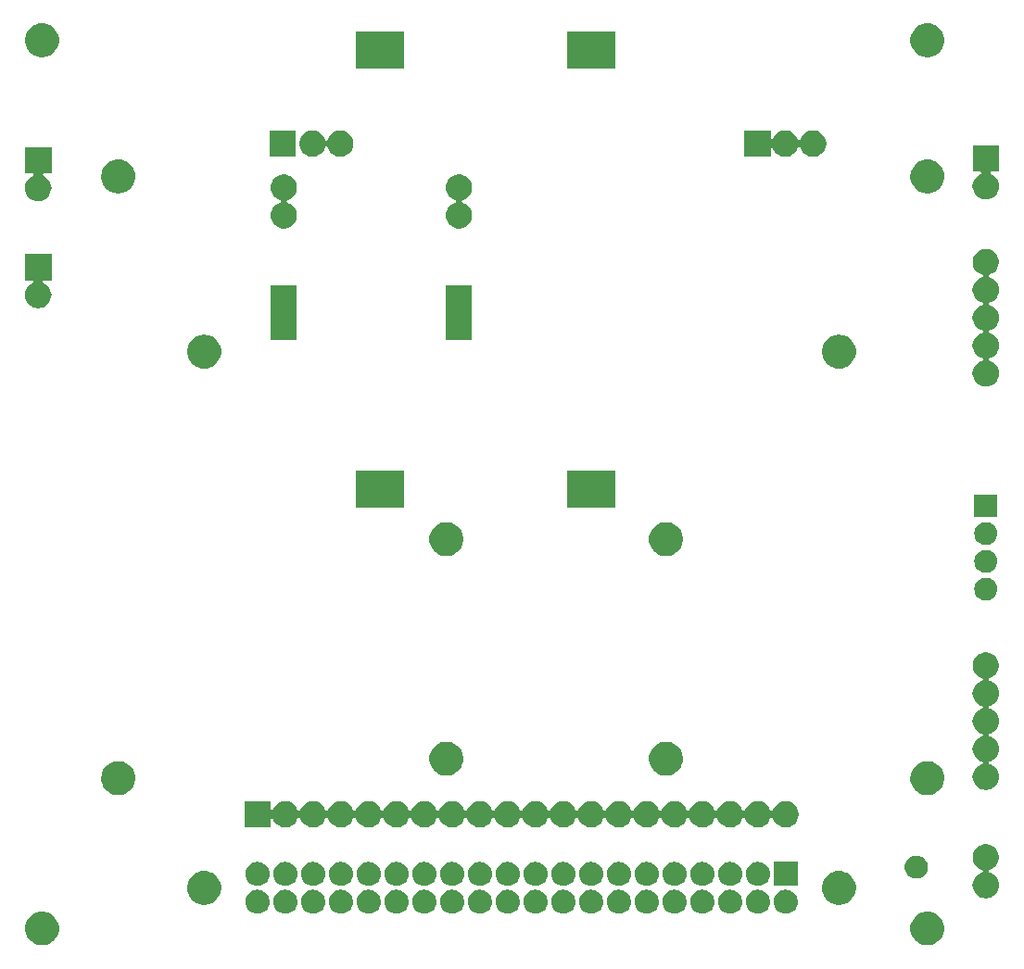
<source format=gbs>
G04 #@! TF.GenerationSoftware,KiCad,Pcbnew,5.0.2-5.fc29*
G04 #@! TF.CreationDate,2019-08-22T23:49:55+02:00*
G04 #@! TF.ProjectId,backplane,6261636b-706c-4616-9e65-2e6b69636164,v2.1-1*
G04 #@! TF.SameCoordinates,Original*
G04 #@! TF.FileFunction,Soldermask,Bot*
G04 #@! TF.FilePolarity,Negative*
%FSLAX46Y46*%
G04 Gerber Fmt 4.6, Leading zero omitted, Abs format (unit mm)*
G04 Created by KiCad (PCBNEW 5.0.2-5.fc29) date Thu 22 Aug 2019 11:49:55 PM CEST*
%MOMM*%
%LPD*%
G01*
G04 APERTURE LIST*
%ADD10C,0.100000*%
G04 APERTURE END LIST*
D10*
G36*
X200150481Y-148859855D02*
X200350118Y-148899565D01*
X200535091Y-148976184D01*
X200632201Y-149016408D01*
X200886071Y-149186038D01*
X201101962Y-149401929D01*
X201271592Y-149655799D01*
X201271592Y-149655800D01*
X201388435Y-149937882D01*
X201448000Y-150237338D01*
X201448000Y-150542662D01*
X201388435Y-150842118D01*
X201310540Y-151030173D01*
X201271592Y-151124201D01*
X201101962Y-151378071D01*
X200886071Y-151593962D01*
X200632201Y-151763592D01*
X200538173Y-151802540D01*
X200350118Y-151880435D01*
X200150481Y-151920145D01*
X200050663Y-151940000D01*
X199745337Y-151940000D01*
X199645519Y-151920145D01*
X199445882Y-151880435D01*
X199257827Y-151802540D01*
X199163799Y-151763592D01*
X198909929Y-151593962D01*
X198694038Y-151378071D01*
X198524408Y-151124201D01*
X198485460Y-151030173D01*
X198407565Y-150842118D01*
X198348000Y-150542662D01*
X198348000Y-150237338D01*
X198407565Y-149937882D01*
X198524408Y-149655800D01*
X198524408Y-149655799D01*
X198694038Y-149401929D01*
X198909929Y-149186038D01*
X199163799Y-149016408D01*
X199260909Y-148976184D01*
X199445882Y-148899565D01*
X199645519Y-148859855D01*
X199745337Y-148840000D01*
X200050663Y-148840000D01*
X200150481Y-148859855D01*
X200150481Y-148859855D01*
G37*
G36*
X119249481Y-148859855D02*
X119449118Y-148899565D01*
X119634091Y-148976184D01*
X119731201Y-149016408D01*
X119985071Y-149186038D01*
X120200962Y-149401929D01*
X120370592Y-149655799D01*
X120370592Y-149655800D01*
X120487435Y-149937882D01*
X120547000Y-150237338D01*
X120547000Y-150542662D01*
X120487435Y-150842118D01*
X120409540Y-151030173D01*
X120370592Y-151124201D01*
X120200962Y-151378071D01*
X119985071Y-151593962D01*
X119731201Y-151763592D01*
X119637173Y-151802540D01*
X119449118Y-151880435D01*
X119249481Y-151920145D01*
X119149663Y-151940000D01*
X118844337Y-151940000D01*
X118744519Y-151920145D01*
X118544882Y-151880435D01*
X118356827Y-151802540D01*
X118262799Y-151763592D01*
X118008929Y-151593962D01*
X117793038Y-151378071D01*
X117623408Y-151124201D01*
X117584460Y-151030173D01*
X117506565Y-150842118D01*
X117447000Y-150542662D01*
X117447000Y-150237338D01*
X117506565Y-149937882D01*
X117623408Y-149655800D01*
X117623408Y-149655799D01*
X117793038Y-149401929D01*
X118008929Y-149186038D01*
X118262799Y-149016408D01*
X118359909Y-148976184D01*
X118544882Y-148899565D01*
X118744519Y-148859855D01*
X118844337Y-148840000D01*
X119149663Y-148840000D01*
X119249481Y-148859855D01*
X119249481Y-148859855D01*
G37*
G36*
X176999639Y-146870916D02*
X177206986Y-146933815D01*
X177206988Y-146933816D01*
X177398084Y-147035958D01*
X177565581Y-147173419D01*
X177703042Y-147340916D01*
X177805184Y-147532012D01*
X177805185Y-147532014D01*
X177847974Y-147673068D01*
X177868084Y-147739362D01*
X177889322Y-147955000D01*
X177868084Y-148170638D01*
X177805184Y-148377988D01*
X177703042Y-148569084D01*
X177565581Y-148736581D01*
X177398084Y-148874042D01*
X177206988Y-148976184D01*
X177206986Y-148976185D01*
X176999639Y-149039084D01*
X176838038Y-149055000D01*
X176729962Y-149055000D01*
X176568361Y-149039084D01*
X176361014Y-148976185D01*
X176361012Y-148976184D01*
X176169916Y-148874042D01*
X176002419Y-148736581D01*
X175864958Y-148569084D01*
X175762816Y-148377988D01*
X175699916Y-148170638D01*
X175678678Y-147955000D01*
X175699916Y-147739362D01*
X175720026Y-147673068D01*
X175762815Y-147532014D01*
X175762816Y-147532012D01*
X175864958Y-147340916D01*
X176002419Y-147173419D01*
X176169916Y-147035958D01*
X176361012Y-146933816D01*
X176361014Y-146933815D01*
X176568361Y-146870916D01*
X176729962Y-146855000D01*
X176838038Y-146855000D01*
X176999639Y-146870916D01*
X176999639Y-146870916D01*
G37*
G36*
X166839639Y-146870916D02*
X167046986Y-146933815D01*
X167046988Y-146933816D01*
X167238084Y-147035958D01*
X167405581Y-147173419D01*
X167543042Y-147340916D01*
X167645184Y-147532012D01*
X167645185Y-147532014D01*
X167687974Y-147673068D01*
X167708084Y-147739362D01*
X167729322Y-147955000D01*
X167708084Y-148170638D01*
X167645184Y-148377988D01*
X167543042Y-148569084D01*
X167405581Y-148736581D01*
X167238084Y-148874042D01*
X167046988Y-148976184D01*
X167046986Y-148976185D01*
X166839639Y-149039084D01*
X166678038Y-149055000D01*
X166569962Y-149055000D01*
X166408361Y-149039084D01*
X166201014Y-148976185D01*
X166201012Y-148976184D01*
X166009916Y-148874042D01*
X165842419Y-148736581D01*
X165704958Y-148569084D01*
X165602816Y-148377988D01*
X165539916Y-148170638D01*
X165518678Y-147955000D01*
X165539916Y-147739362D01*
X165560026Y-147673068D01*
X165602815Y-147532014D01*
X165602816Y-147532012D01*
X165704958Y-147340916D01*
X165842419Y-147173419D01*
X166009916Y-147035958D01*
X166201012Y-146933816D01*
X166201014Y-146933815D01*
X166408361Y-146870916D01*
X166569962Y-146855000D01*
X166678038Y-146855000D01*
X166839639Y-146870916D01*
X166839639Y-146870916D01*
G37*
G36*
X169379639Y-146870916D02*
X169586986Y-146933815D01*
X169586988Y-146933816D01*
X169778084Y-147035958D01*
X169945581Y-147173419D01*
X170083042Y-147340916D01*
X170185184Y-147532012D01*
X170185185Y-147532014D01*
X170227974Y-147673068D01*
X170248084Y-147739362D01*
X170269322Y-147955000D01*
X170248084Y-148170638D01*
X170185184Y-148377988D01*
X170083042Y-148569084D01*
X169945581Y-148736581D01*
X169778084Y-148874042D01*
X169586988Y-148976184D01*
X169586986Y-148976185D01*
X169379639Y-149039084D01*
X169218038Y-149055000D01*
X169109962Y-149055000D01*
X168948361Y-149039084D01*
X168741014Y-148976185D01*
X168741012Y-148976184D01*
X168549916Y-148874042D01*
X168382419Y-148736581D01*
X168244958Y-148569084D01*
X168142816Y-148377988D01*
X168079916Y-148170638D01*
X168058678Y-147955000D01*
X168079916Y-147739362D01*
X168100026Y-147673068D01*
X168142815Y-147532014D01*
X168142816Y-147532012D01*
X168244958Y-147340916D01*
X168382419Y-147173419D01*
X168549916Y-147035958D01*
X168741012Y-146933816D01*
X168741014Y-146933815D01*
X168948361Y-146870916D01*
X169109962Y-146855000D01*
X169218038Y-146855000D01*
X169379639Y-146870916D01*
X169379639Y-146870916D01*
G37*
G36*
X171919639Y-146870916D02*
X172126986Y-146933815D01*
X172126988Y-146933816D01*
X172318084Y-147035958D01*
X172485581Y-147173419D01*
X172623042Y-147340916D01*
X172725184Y-147532012D01*
X172725185Y-147532014D01*
X172767974Y-147673068D01*
X172788084Y-147739362D01*
X172809322Y-147955000D01*
X172788084Y-148170638D01*
X172725184Y-148377988D01*
X172623042Y-148569084D01*
X172485581Y-148736581D01*
X172318084Y-148874042D01*
X172126988Y-148976184D01*
X172126986Y-148976185D01*
X171919639Y-149039084D01*
X171758038Y-149055000D01*
X171649962Y-149055000D01*
X171488361Y-149039084D01*
X171281014Y-148976185D01*
X171281012Y-148976184D01*
X171089916Y-148874042D01*
X170922419Y-148736581D01*
X170784958Y-148569084D01*
X170682816Y-148377988D01*
X170619916Y-148170638D01*
X170598678Y-147955000D01*
X170619916Y-147739362D01*
X170640026Y-147673068D01*
X170682815Y-147532014D01*
X170682816Y-147532012D01*
X170784958Y-147340916D01*
X170922419Y-147173419D01*
X171089916Y-147035958D01*
X171281012Y-146933816D01*
X171281014Y-146933815D01*
X171488361Y-146870916D01*
X171649962Y-146855000D01*
X171758038Y-146855000D01*
X171919639Y-146870916D01*
X171919639Y-146870916D01*
G37*
G36*
X174459639Y-146870916D02*
X174666986Y-146933815D01*
X174666988Y-146933816D01*
X174858084Y-147035958D01*
X175025581Y-147173419D01*
X175163042Y-147340916D01*
X175265184Y-147532012D01*
X175265185Y-147532014D01*
X175307974Y-147673068D01*
X175328084Y-147739362D01*
X175349322Y-147955000D01*
X175328084Y-148170638D01*
X175265184Y-148377988D01*
X175163042Y-148569084D01*
X175025581Y-148736581D01*
X174858084Y-148874042D01*
X174666988Y-148976184D01*
X174666986Y-148976185D01*
X174459639Y-149039084D01*
X174298038Y-149055000D01*
X174189962Y-149055000D01*
X174028361Y-149039084D01*
X173821014Y-148976185D01*
X173821012Y-148976184D01*
X173629916Y-148874042D01*
X173462419Y-148736581D01*
X173324958Y-148569084D01*
X173222816Y-148377988D01*
X173159916Y-148170638D01*
X173138678Y-147955000D01*
X173159916Y-147739362D01*
X173180026Y-147673068D01*
X173222815Y-147532014D01*
X173222816Y-147532012D01*
X173324958Y-147340916D01*
X173462419Y-147173419D01*
X173629916Y-147035958D01*
X173821012Y-146933816D01*
X173821014Y-146933815D01*
X174028361Y-146870916D01*
X174189962Y-146855000D01*
X174298038Y-146855000D01*
X174459639Y-146870916D01*
X174459639Y-146870916D01*
G37*
G36*
X179539639Y-146870916D02*
X179746986Y-146933815D01*
X179746988Y-146933816D01*
X179938084Y-147035958D01*
X180105581Y-147173419D01*
X180243042Y-147340916D01*
X180345184Y-147532012D01*
X180345185Y-147532014D01*
X180387974Y-147673068D01*
X180408084Y-147739362D01*
X180429322Y-147955000D01*
X180408084Y-148170638D01*
X180345184Y-148377988D01*
X180243042Y-148569084D01*
X180105581Y-148736581D01*
X179938084Y-148874042D01*
X179746988Y-148976184D01*
X179746986Y-148976185D01*
X179539639Y-149039084D01*
X179378038Y-149055000D01*
X179269962Y-149055000D01*
X179108361Y-149039084D01*
X178901014Y-148976185D01*
X178901012Y-148976184D01*
X178709916Y-148874042D01*
X178542419Y-148736581D01*
X178404958Y-148569084D01*
X178302816Y-148377988D01*
X178239916Y-148170638D01*
X178218678Y-147955000D01*
X178239916Y-147739362D01*
X178260026Y-147673068D01*
X178302815Y-147532014D01*
X178302816Y-147532012D01*
X178404958Y-147340916D01*
X178542419Y-147173419D01*
X178709916Y-147035958D01*
X178901012Y-146933816D01*
X178901014Y-146933815D01*
X179108361Y-146870916D01*
X179269962Y-146855000D01*
X179378038Y-146855000D01*
X179539639Y-146870916D01*
X179539639Y-146870916D01*
G37*
G36*
X182079639Y-146870916D02*
X182286986Y-146933815D01*
X182286988Y-146933816D01*
X182478084Y-147035958D01*
X182645581Y-147173419D01*
X182783042Y-147340916D01*
X182885184Y-147532012D01*
X182885185Y-147532014D01*
X182927974Y-147673068D01*
X182948084Y-147739362D01*
X182969322Y-147955000D01*
X182948084Y-148170638D01*
X182885184Y-148377988D01*
X182783042Y-148569084D01*
X182645581Y-148736581D01*
X182478084Y-148874042D01*
X182286988Y-148976184D01*
X182286986Y-148976185D01*
X182079639Y-149039084D01*
X181918038Y-149055000D01*
X181809962Y-149055000D01*
X181648361Y-149039084D01*
X181441014Y-148976185D01*
X181441012Y-148976184D01*
X181249916Y-148874042D01*
X181082419Y-148736581D01*
X180944958Y-148569084D01*
X180842816Y-148377988D01*
X180779916Y-148170638D01*
X180758678Y-147955000D01*
X180779916Y-147739362D01*
X180800026Y-147673068D01*
X180842815Y-147532014D01*
X180842816Y-147532012D01*
X180944958Y-147340916D01*
X181082419Y-147173419D01*
X181249916Y-147035958D01*
X181441012Y-146933816D01*
X181441014Y-146933815D01*
X181648361Y-146870916D01*
X181809962Y-146855000D01*
X181918038Y-146855000D01*
X182079639Y-146870916D01*
X182079639Y-146870916D01*
G37*
G36*
X184619639Y-146870916D02*
X184826986Y-146933815D01*
X184826988Y-146933816D01*
X185018084Y-147035958D01*
X185185581Y-147173419D01*
X185323042Y-147340916D01*
X185425184Y-147532012D01*
X185425185Y-147532014D01*
X185467974Y-147673068D01*
X185488084Y-147739362D01*
X185509322Y-147955000D01*
X185488084Y-148170638D01*
X185425184Y-148377988D01*
X185323042Y-148569084D01*
X185185581Y-148736581D01*
X185018084Y-148874042D01*
X184826988Y-148976184D01*
X184826986Y-148976185D01*
X184619639Y-149039084D01*
X184458038Y-149055000D01*
X184349962Y-149055000D01*
X184188361Y-149039084D01*
X183981014Y-148976185D01*
X183981012Y-148976184D01*
X183789916Y-148874042D01*
X183622419Y-148736581D01*
X183484958Y-148569084D01*
X183382816Y-148377988D01*
X183319916Y-148170638D01*
X183298678Y-147955000D01*
X183319916Y-147739362D01*
X183340026Y-147673068D01*
X183382815Y-147532014D01*
X183382816Y-147532012D01*
X183484958Y-147340916D01*
X183622419Y-147173419D01*
X183789916Y-147035958D01*
X183981012Y-146933816D01*
X183981014Y-146933815D01*
X184188361Y-146870916D01*
X184349962Y-146855000D01*
X184458038Y-146855000D01*
X184619639Y-146870916D01*
X184619639Y-146870916D01*
G37*
G36*
X187159639Y-146870916D02*
X187366986Y-146933815D01*
X187366988Y-146933816D01*
X187558084Y-147035958D01*
X187725581Y-147173419D01*
X187863042Y-147340916D01*
X187965184Y-147532012D01*
X187965185Y-147532014D01*
X188007974Y-147673068D01*
X188028084Y-147739362D01*
X188049322Y-147955000D01*
X188028084Y-148170638D01*
X187965184Y-148377988D01*
X187863042Y-148569084D01*
X187725581Y-148736581D01*
X187558084Y-148874042D01*
X187366988Y-148976184D01*
X187366986Y-148976185D01*
X187159639Y-149039084D01*
X186998038Y-149055000D01*
X186889962Y-149055000D01*
X186728361Y-149039084D01*
X186521014Y-148976185D01*
X186521012Y-148976184D01*
X186329916Y-148874042D01*
X186162419Y-148736581D01*
X186024958Y-148569084D01*
X185922816Y-148377988D01*
X185859916Y-148170638D01*
X185838678Y-147955000D01*
X185859916Y-147739362D01*
X185880026Y-147673068D01*
X185922815Y-147532014D01*
X185922816Y-147532012D01*
X186024958Y-147340916D01*
X186162419Y-147173419D01*
X186329916Y-147035958D01*
X186521012Y-146933816D01*
X186521014Y-146933815D01*
X186728361Y-146870916D01*
X186889962Y-146855000D01*
X186998038Y-146855000D01*
X187159639Y-146870916D01*
X187159639Y-146870916D01*
G37*
G36*
X164299639Y-146870916D02*
X164506986Y-146933815D01*
X164506988Y-146933816D01*
X164698084Y-147035958D01*
X164865581Y-147173419D01*
X165003042Y-147340916D01*
X165105184Y-147532012D01*
X165105185Y-147532014D01*
X165147974Y-147673068D01*
X165168084Y-147739362D01*
X165189322Y-147955000D01*
X165168084Y-148170638D01*
X165105184Y-148377988D01*
X165003042Y-148569084D01*
X164865581Y-148736581D01*
X164698084Y-148874042D01*
X164506988Y-148976184D01*
X164506986Y-148976185D01*
X164299639Y-149039084D01*
X164138038Y-149055000D01*
X164029962Y-149055000D01*
X163868361Y-149039084D01*
X163661014Y-148976185D01*
X163661012Y-148976184D01*
X163469916Y-148874042D01*
X163302419Y-148736581D01*
X163164958Y-148569084D01*
X163062816Y-148377988D01*
X162999916Y-148170638D01*
X162978678Y-147955000D01*
X162999916Y-147739362D01*
X163020026Y-147673068D01*
X163062815Y-147532014D01*
X163062816Y-147532012D01*
X163164958Y-147340916D01*
X163302419Y-147173419D01*
X163469916Y-147035958D01*
X163661012Y-146933816D01*
X163661014Y-146933815D01*
X163868361Y-146870916D01*
X164029962Y-146855000D01*
X164138038Y-146855000D01*
X164299639Y-146870916D01*
X164299639Y-146870916D01*
G37*
G36*
X149059639Y-146870916D02*
X149266986Y-146933815D01*
X149266988Y-146933816D01*
X149458084Y-147035958D01*
X149625581Y-147173419D01*
X149763042Y-147340916D01*
X149865184Y-147532012D01*
X149865185Y-147532014D01*
X149907974Y-147673068D01*
X149928084Y-147739362D01*
X149949322Y-147955000D01*
X149928084Y-148170638D01*
X149865184Y-148377988D01*
X149763042Y-148569084D01*
X149625581Y-148736581D01*
X149458084Y-148874042D01*
X149266988Y-148976184D01*
X149266986Y-148976185D01*
X149059639Y-149039084D01*
X148898038Y-149055000D01*
X148789962Y-149055000D01*
X148628361Y-149039084D01*
X148421014Y-148976185D01*
X148421012Y-148976184D01*
X148229916Y-148874042D01*
X148062419Y-148736581D01*
X147924958Y-148569084D01*
X147822816Y-148377988D01*
X147759916Y-148170638D01*
X147738678Y-147955000D01*
X147759916Y-147739362D01*
X147780026Y-147673068D01*
X147822815Y-147532014D01*
X147822816Y-147532012D01*
X147924958Y-147340916D01*
X148062419Y-147173419D01*
X148229916Y-147035958D01*
X148421012Y-146933816D01*
X148421014Y-146933815D01*
X148628361Y-146870916D01*
X148789962Y-146855000D01*
X148898038Y-146855000D01*
X149059639Y-146870916D01*
X149059639Y-146870916D01*
G37*
G36*
X146519639Y-146870916D02*
X146726986Y-146933815D01*
X146726988Y-146933816D01*
X146918084Y-147035958D01*
X147085581Y-147173419D01*
X147223042Y-147340916D01*
X147325184Y-147532012D01*
X147325185Y-147532014D01*
X147367974Y-147673068D01*
X147388084Y-147739362D01*
X147409322Y-147955000D01*
X147388084Y-148170638D01*
X147325184Y-148377988D01*
X147223042Y-148569084D01*
X147085581Y-148736581D01*
X146918084Y-148874042D01*
X146726988Y-148976184D01*
X146726986Y-148976185D01*
X146519639Y-149039084D01*
X146358038Y-149055000D01*
X146249962Y-149055000D01*
X146088361Y-149039084D01*
X145881014Y-148976185D01*
X145881012Y-148976184D01*
X145689916Y-148874042D01*
X145522419Y-148736581D01*
X145384958Y-148569084D01*
X145282816Y-148377988D01*
X145219916Y-148170638D01*
X145198678Y-147955000D01*
X145219916Y-147739362D01*
X145240026Y-147673068D01*
X145282815Y-147532014D01*
X145282816Y-147532012D01*
X145384958Y-147340916D01*
X145522419Y-147173419D01*
X145689916Y-147035958D01*
X145881012Y-146933816D01*
X145881014Y-146933815D01*
X146088361Y-146870916D01*
X146249962Y-146855000D01*
X146358038Y-146855000D01*
X146519639Y-146870916D01*
X146519639Y-146870916D01*
G37*
G36*
X143979639Y-146870916D02*
X144186986Y-146933815D01*
X144186988Y-146933816D01*
X144378084Y-147035958D01*
X144545581Y-147173419D01*
X144683042Y-147340916D01*
X144785184Y-147532012D01*
X144785185Y-147532014D01*
X144827974Y-147673068D01*
X144848084Y-147739362D01*
X144869322Y-147955000D01*
X144848084Y-148170638D01*
X144785184Y-148377988D01*
X144683042Y-148569084D01*
X144545581Y-148736581D01*
X144378084Y-148874042D01*
X144186988Y-148976184D01*
X144186986Y-148976185D01*
X143979639Y-149039084D01*
X143818038Y-149055000D01*
X143709962Y-149055000D01*
X143548361Y-149039084D01*
X143341014Y-148976185D01*
X143341012Y-148976184D01*
X143149916Y-148874042D01*
X142982419Y-148736581D01*
X142844958Y-148569084D01*
X142742816Y-148377988D01*
X142679916Y-148170638D01*
X142658678Y-147955000D01*
X142679916Y-147739362D01*
X142700026Y-147673068D01*
X142742815Y-147532014D01*
X142742816Y-147532012D01*
X142844958Y-147340916D01*
X142982419Y-147173419D01*
X143149916Y-147035958D01*
X143341012Y-146933816D01*
X143341014Y-146933815D01*
X143548361Y-146870916D01*
X143709962Y-146855000D01*
X143818038Y-146855000D01*
X143979639Y-146870916D01*
X143979639Y-146870916D01*
G37*
G36*
X141439639Y-146870916D02*
X141646986Y-146933815D01*
X141646988Y-146933816D01*
X141838084Y-147035958D01*
X142005581Y-147173419D01*
X142143042Y-147340916D01*
X142245184Y-147532012D01*
X142245185Y-147532014D01*
X142287974Y-147673068D01*
X142308084Y-147739362D01*
X142329322Y-147955000D01*
X142308084Y-148170638D01*
X142245184Y-148377988D01*
X142143042Y-148569084D01*
X142005581Y-148736581D01*
X141838084Y-148874042D01*
X141646988Y-148976184D01*
X141646986Y-148976185D01*
X141439639Y-149039084D01*
X141278038Y-149055000D01*
X141169962Y-149055000D01*
X141008361Y-149039084D01*
X140801014Y-148976185D01*
X140801012Y-148976184D01*
X140609916Y-148874042D01*
X140442419Y-148736581D01*
X140304958Y-148569084D01*
X140202816Y-148377988D01*
X140139916Y-148170638D01*
X140118678Y-147955000D01*
X140139916Y-147739362D01*
X140160026Y-147673068D01*
X140202815Y-147532014D01*
X140202816Y-147532012D01*
X140304958Y-147340916D01*
X140442419Y-147173419D01*
X140609916Y-147035958D01*
X140801012Y-146933816D01*
X140801014Y-146933815D01*
X141008361Y-146870916D01*
X141169962Y-146855000D01*
X141278038Y-146855000D01*
X141439639Y-146870916D01*
X141439639Y-146870916D01*
G37*
G36*
X154139639Y-146870916D02*
X154346986Y-146933815D01*
X154346988Y-146933816D01*
X154538084Y-147035958D01*
X154705581Y-147173419D01*
X154843042Y-147340916D01*
X154945184Y-147532012D01*
X154945185Y-147532014D01*
X154987974Y-147673068D01*
X155008084Y-147739362D01*
X155029322Y-147955000D01*
X155008084Y-148170638D01*
X154945184Y-148377988D01*
X154843042Y-148569084D01*
X154705581Y-148736581D01*
X154538084Y-148874042D01*
X154346988Y-148976184D01*
X154346986Y-148976185D01*
X154139639Y-149039084D01*
X153978038Y-149055000D01*
X153869962Y-149055000D01*
X153708361Y-149039084D01*
X153501014Y-148976185D01*
X153501012Y-148976184D01*
X153309916Y-148874042D01*
X153142419Y-148736581D01*
X153004958Y-148569084D01*
X152902816Y-148377988D01*
X152839916Y-148170638D01*
X152818678Y-147955000D01*
X152839916Y-147739362D01*
X152860026Y-147673068D01*
X152902815Y-147532014D01*
X152902816Y-147532012D01*
X153004958Y-147340916D01*
X153142419Y-147173419D01*
X153309916Y-147035958D01*
X153501012Y-146933816D01*
X153501014Y-146933815D01*
X153708361Y-146870916D01*
X153869962Y-146855000D01*
X153978038Y-146855000D01*
X154139639Y-146870916D01*
X154139639Y-146870916D01*
G37*
G36*
X138899639Y-146870916D02*
X139106986Y-146933815D01*
X139106988Y-146933816D01*
X139298084Y-147035958D01*
X139465581Y-147173419D01*
X139603042Y-147340916D01*
X139705184Y-147532012D01*
X139705185Y-147532014D01*
X139747974Y-147673068D01*
X139768084Y-147739362D01*
X139789322Y-147955000D01*
X139768084Y-148170638D01*
X139705184Y-148377988D01*
X139603042Y-148569084D01*
X139465581Y-148736581D01*
X139298084Y-148874042D01*
X139106988Y-148976184D01*
X139106986Y-148976185D01*
X138899639Y-149039084D01*
X138738038Y-149055000D01*
X138629962Y-149055000D01*
X138468361Y-149039084D01*
X138261014Y-148976185D01*
X138261012Y-148976184D01*
X138069916Y-148874042D01*
X137902419Y-148736581D01*
X137764958Y-148569084D01*
X137662816Y-148377988D01*
X137599916Y-148170638D01*
X137578678Y-147955000D01*
X137599916Y-147739362D01*
X137620026Y-147673068D01*
X137662815Y-147532014D01*
X137662816Y-147532012D01*
X137764958Y-147340916D01*
X137902419Y-147173419D01*
X138069916Y-147035958D01*
X138261012Y-146933816D01*
X138261014Y-146933815D01*
X138468361Y-146870916D01*
X138629962Y-146855000D01*
X138738038Y-146855000D01*
X138899639Y-146870916D01*
X138899639Y-146870916D01*
G37*
G36*
X161759639Y-146870916D02*
X161966986Y-146933815D01*
X161966988Y-146933816D01*
X162158084Y-147035958D01*
X162325581Y-147173419D01*
X162463042Y-147340916D01*
X162565184Y-147532012D01*
X162565185Y-147532014D01*
X162607974Y-147673068D01*
X162628084Y-147739362D01*
X162649322Y-147955000D01*
X162628084Y-148170638D01*
X162565184Y-148377988D01*
X162463042Y-148569084D01*
X162325581Y-148736581D01*
X162158084Y-148874042D01*
X161966988Y-148976184D01*
X161966986Y-148976185D01*
X161759639Y-149039084D01*
X161598038Y-149055000D01*
X161489962Y-149055000D01*
X161328361Y-149039084D01*
X161121014Y-148976185D01*
X161121012Y-148976184D01*
X160929916Y-148874042D01*
X160762419Y-148736581D01*
X160624958Y-148569084D01*
X160522816Y-148377988D01*
X160459916Y-148170638D01*
X160438678Y-147955000D01*
X160459916Y-147739362D01*
X160480026Y-147673068D01*
X160522815Y-147532014D01*
X160522816Y-147532012D01*
X160624958Y-147340916D01*
X160762419Y-147173419D01*
X160929916Y-147035958D01*
X161121012Y-146933816D01*
X161121014Y-146933815D01*
X161328361Y-146870916D01*
X161489962Y-146855000D01*
X161598038Y-146855000D01*
X161759639Y-146870916D01*
X161759639Y-146870916D01*
G37*
G36*
X159219639Y-146870916D02*
X159426986Y-146933815D01*
X159426988Y-146933816D01*
X159618084Y-147035958D01*
X159785581Y-147173419D01*
X159923042Y-147340916D01*
X160025184Y-147532012D01*
X160025185Y-147532014D01*
X160067974Y-147673068D01*
X160088084Y-147739362D01*
X160109322Y-147955000D01*
X160088084Y-148170638D01*
X160025184Y-148377988D01*
X159923042Y-148569084D01*
X159785581Y-148736581D01*
X159618084Y-148874042D01*
X159426988Y-148976184D01*
X159426986Y-148976185D01*
X159219639Y-149039084D01*
X159058038Y-149055000D01*
X158949962Y-149055000D01*
X158788361Y-149039084D01*
X158581014Y-148976185D01*
X158581012Y-148976184D01*
X158389916Y-148874042D01*
X158222419Y-148736581D01*
X158084958Y-148569084D01*
X157982816Y-148377988D01*
X157919916Y-148170638D01*
X157898678Y-147955000D01*
X157919916Y-147739362D01*
X157940026Y-147673068D01*
X157982815Y-147532014D01*
X157982816Y-147532012D01*
X158084958Y-147340916D01*
X158222419Y-147173419D01*
X158389916Y-147035958D01*
X158581012Y-146933816D01*
X158581014Y-146933815D01*
X158788361Y-146870916D01*
X158949962Y-146855000D01*
X159058038Y-146855000D01*
X159219639Y-146870916D01*
X159219639Y-146870916D01*
G37*
G36*
X156679639Y-146870916D02*
X156886986Y-146933815D01*
X156886988Y-146933816D01*
X157078084Y-147035958D01*
X157245581Y-147173419D01*
X157383042Y-147340916D01*
X157485184Y-147532012D01*
X157485185Y-147532014D01*
X157527974Y-147673068D01*
X157548084Y-147739362D01*
X157569322Y-147955000D01*
X157548084Y-148170638D01*
X157485184Y-148377988D01*
X157383042Y-148569084D01*
X157245581Y-148736581D01*
X157078084Y-148874042D01*
X156886988Y-148976184D01*
X156886986Y-148976185D01*
X156679639Y-149039084D01*
X156518038Y-149055000D01*
X156409962Y-149055000D01*
X156248361Y-149039084D01*
X156041014Y-148976185D01*
X156041012Y-148976184D01*
X155849916Y-148874042D01*
X155682419Y-148736581D01*
X155544958Y-148569084D01*
X155442816Y-148377988D01*
X155379916Y-148170638D01*
X155358678Y-147955000D01*
X155379916Y-147739362D01*
X155400026Y-147673068D01*
X155442815Y-147532014D01*
X155442816Y-147532012D01*
X155544958Y-147340916D01*
X155682419Y-147173419D01*
X155849916Y-147035958D01*
X156041012Y-146933816D01*
X156041014Y-146933815D01*
X156248361Y-146870916D01*
X156409962Y-146855000D01*
X156518038Y-146855000D01*
X156679639Y-146870916D01*
X156679639Y-146870916D01*
G37*
G36*
X151599639Y-146870916D02*
X151806986Y-146933815D01*
X151806988Y-146933816D01*
X151998084Y-147035958D01*
X152165581Y-147173419D01*
X152303042Y-147340916D01*
X152405184Y-147532012D01*
X152405185Y-147532014D01*
X152447974Y-147673068D01*
X152468084Y-147739362D01*
X152489322Y-147955000D01*
X152468084Y-148170638D01*
X152405184Y-148377988D01*
X152303042Y-148569084D01*
X152165581Y-148736581D01*
X151998084Y-148874042D01*
X151806988Y-148976184D01*
X151806986Y-148976185D01*
X151599639Y-149039084D01*
X151438038Y-149055000D01*
X151329962Y-149055000D01*
X151168361Y-149039084D01*
X150961014Y-148976185D01*
X150961012Y-148976184D01*
X150769916Y-148874042D01*
X150602419Y-148736581D01*
X150464958Y-148569084D01*
X150362816Y-148377988D01*
X150299916Y-148170638D01*
X150278678Y-147955000D01*
X150299916Y-147739362D01*
X150320026Y-147673068D01*
X150362815Y-147532014D01*
X150362816Y-147532012D01*
X150464958Y-147340916D01*
X150602419Y-147173419D01*
X150769916Y-147035958D01*
X150961012Y-146933816D01*
X150961014Y-146933815D01*
X151168361Y-146870916D01*
X151329962Y-146855000D01*
X151438038Y-146855000D01*
X151599639Y-146870916D01*
X151599639Y-146870916D01*
G37*
G36*
X134052052Y-145151985D02*
X134266118Y-145194565D01*
X134406286Y-145252625D01*
X134548201Y-145311408D01*
X134802071Y-145481038D01*
X135017962Y-145696929D01*
X135187592Y-145950799D01*
X135187592Y-145950800D01*
X135304435Y-146232882D01*
X135304435Y-146232884D01*
X135364000Y-146532337D01*
X135364000Y-146837663D01*
X135353104Y-146892442D01*
X135304435Y-147137118D01*
X135226540Y-147325173D01*
X135187592Y-147419201D01*
X135017962Y-147673071D01*
X134802071Y-147888962D01*
X134548201Y-148058592D01*
X134454173Y-148097540D01*
X134266118Y-148175435D01*
X134066481Y-148215145D01*
X133966663Y-148235000D01*
X133661337Y-148235000D01*
X133561519Y-148215145D01*
X133361882Y-148175435D01*
X133173827Y-148097540D01*
X133079799Y-148058592D01*
X132825929Y-147888962D01*
X132610038Y-147673071D01*
X132440408Y-147419201D01*
X132401460Y-147325173D01*
X132323565Y-147137118D01*
X132274896Y-146892442D01*
X132264000Y-146837663D01*
X132264000Y-146532337D01*
X132323565Y-146232884D01*
X132323565Y-146232882D01*
X132440408Y-145950800D01*
X132440408Y-145950799D01*
X132610038Y-145696929D01*
X132825929Y-145481038D01*
X133079799Y-145311408D01*
X133221714Y-145252625D01*
X133361882Y-145194565D01*
X133575948Y-145151985D01*
X133661337Y-145135000D01*
X133966663Y-145135000D01*
X134052052Y-145151985D01*
X134052052Y-145151985D01*
G37*
G36*
X192052052Y-145151985D02*
X192266118Y-145194565D01*
X192406286Y-145252625D01*
X192548201Y-145311408D01*
X192802071Y-145481038D01*
X193017962Y-145696929D01*
X193187592Y-145950799D01*
X193187592Y-145950800D01*
X193304435Y-146232882D01*
X193304435Y-146232884D01*
X193364000Y-146532337D01*
X193364000Y-146837663D01*
X193353104Y-146892442D01*
X193304435Y-147137118D01*
X193226540Y-147325173D01*
X193187592Y-147419201D01*
X193017962Y-147673071D01*
X192802071Y-147888962D01*
X192548201Y-148058592D01*
X192454173Y-148097540D01*
X192266118Y-148175435D01*
X192066481Y-148215145D01*
X191966663Y-148235000D01*
X191661337Y-148235000D01*
X191561519Y-148215145D01*
X191361882Y-148175435D01*
X191173827Y-148097540D01*
X191079799Y-148058592D01*
X190825929Y-147888962D01*
X190610038Y-147673071D01*
X190440408Y-147419201D01*
X190401460Y-147325173D01*
X190323565Y-147137118D01*
X190274896Y-146892442D01*
X190264000Y-146837663D01*
X190264000Y-146532337D01*
X190323565Y-146232884D01*
X190323565Y-146232882D01*
X190440408Y-145950800D01*
X190440408Y-145950799D01*
X190610038Y-145696929D01*
X190825929Y-145481038D01*
X191079799Y-145311408D01*
X191221714Y-145252625D01*
X191361882Y-145194565D01*
X191575948Y-145151985D01*
X191661337Y-145135000D01*
X191966663Y-145135000D01*
X192052052Y-145151985D01*
X192052052Y-145151985D01*
G37*
G36*
X205582026Y-142737115D02*
X205800412Y-142827573D01*
X205996958Y-142958901D01*
X206164099Y-143126042D01*
X206295427Y-143322588D01*
X206385885Y-143540974D01*
X206432000Y-143772809D01*
X206432000Y-144009191D01*
X206385885Y-144241026D01*
X206295427Y-144459412D01*
X206164099Y-144655958D01*
X205996958Y-144823099D01*
X205800412Y-144954427D01*
X205572690Y-145048752D01*
X205551079Y-145060303D01*
X205532137Y-145075848D01*
X205516591Y-145094790D01*
X205505040Y-145116401D01*
X205497927Y-145139850D01*
X205495525Y-145164237D01*
X205497927Y-145188623D01*
X205505040Y-145212072D01*
X205516591Y-145233683D01*
X205532136Y-145252625D01*
X205551078Y-145268171D01*
X205572689Y-145279722D01*
X205584233Y-145283852D01*
X205675070Y-145311408D01*
X205693445Y-145316982D01*
X205901910Y-145428408D01*
X206084634Y-145578366D01*
X206234592Y-145761090D01*
X206346017Y-145969553D01*
X206346018Y-145969556D01*
X206346019Y-145969558D01*
X206414637Y-146195759D01*
X206437806Y-146431000D01*
X206414637Y-146666241D01*
X206346019Y-146892442D01*
X206346017Y-146892447D01*
X206234592Y-147100910D01*
X206084634Y-147283634D01*
X205901910Y-147433592D01*
X205693447Y-147545017D01*
X205693444Y-147545018D01*
X205693442Y-147545019D01*
X205467241Y-147613637D01*
X205326208Y-147627527D01*
X205290951Y-147631000D01*
X205173049Y-147631000D01*
X205137792Y-147627527D01*
X204996759Y-147613637D01*
X204770558Y-147545019D01*
X204770556Y-147545018D01*
X204770553Y-147545017D01*
X204562090Y-147433592D01*
X204379366Y-147283634D01*
X204229408Y-147100910D01*
X204117983Y-146892447D01*
X204117981Y-146892442D01*
X204049363Y-146666241D01*
X204026194Y-146431000D01*
X204049363Y-146195759D01*
X204117981Y-145969558D01*
X204117982Y-145969556D01*
X204117983Y-145969553D01*
X204229408Y-145761090D01*
X204379366Y-145578366D01*
X204562090Y-145428408D01*
X204770555Y-145316982D01*
X204788930Y-145311408D01*
X204879764Y-145283854D01*
X204902400Y-145274477D01*
X204922774Y-145260863D01*
X204940101Y-145243536D01*
X204953715Y-145223162D01*
X204963093Y-145200523D01*
X204967873Y-145176489D01*
X204967873Y-145151985D01*
X204963093Y-145127952D01*
X204953715Y-145105312D01*
X204940101Y-145084938D01*
X204922774Y-145067611D01*
X204902400Y-145053997D01*
X204891310Y-145048752D01*
X204663588Y-144954427D01*
X204467042Y-144823099D01*
X204299901Y-144655958D01*
X204168573Y-144459412D01*
X204078115Y-144241026D01*
X204032000Y-144009191D01*
X204032000Y-143772809D01*
X204078115Y-143540974D01*
X204168573Y-143322588D01*
X204299901Y-143126042D01*
X204467042Y-142958901D01*
X204663588Y-142827573D01*
X204881974Y-142737115D01*
X205113809Y-142691000D01*
X205350191Y-142691000D01*
X205582026Y-142737115D01*
X205582026Y-142737115D01*
G37*
G36*
X161759639Y-144330916D02*
X161966986Y-144393815D01*
X161966988Y-144393816D01*
X162158084Y-144495958D01*
X162325581Y-144633419D01*
X162463042Y-144800916D01*
X162565184Y-144992012D01*
X162565185Y-144992014D01*
X162628084Y-145199361D01*
X162649322Y-145415000D01*
X162628084Y-145630639D01*
X162567608Y-145830000D01*
X162565184Y-145837988D01*
X162463042Y-146029084D01*
X162325581Y-146196581D01*
X162158084Y-146334042D01*
X161966988Y-146436184D01*
X161966986Y-146436185D01*
X161759639Y-146499084D01*
X161598038Y-146515000D01*
X161489962Y-146515000D01*
X161328361Y-146499084D01*
X161121014Y-146436185D01*
X161121012Y-146436184D01*
X160929916Y-146334042D01*
X160762419Y-146196581D01*
X160624958Y-146029084D01*
X160522816Y-145837988D01*
X160520393Y-145830000D01*
X160459916Y-145630639D01*
X160438678Y-145415000D01*
X160459916Y-145199361D01*
X160522815Y-144992014D01*
X160522816Y-144992012D01*
X160624958Y-144800916D01*
X160762419Y-144633419D01*
X160929916Y-144495958D01*
X161121012Y-144393816D01*
X161121014Y-144393815D01*
X161328361Y-144330916D01*
X161489962Y-144315000D01*
X161598038Y-144315000D01*
X161759639Y-144330916D01*
X161759639Y-144330916D01*
G37*
G36*
X166839639Y-144330916D02*
X167046986Y-144393815D01*
X167046988Y-144393816D01*
X167238084Y-144495958D01*
X167405581Y-144633419D01*
X167543042Y-144800916D01*
X167645184Y-144992012D01*
X167645185Y-144992014D01*
X167708084Y-145199361D01*
X167729322Y-145415000D01*
X167708084Y-145630639D01*
X167647608Y-145830000D01*
X167645184Y-145837988D01*
X167543042Y-146029084D01*
X167405581Y-146196581D01*
X167238084Y-146334042D01*
X167046988Y-146436184D01*
X167046986Y-146436185D01*
X166839639Y-146499084D01*
X166678038Y-146515000D01*
X166569962Y-146515000D01*
X166408361Y-146499084D01*
X166201014Y-146436185D01*
X166201012Y-146436184D01*
X166009916Y-146334042D01*
X165842419Y-146196581D01*
X165704958Y-146029084D01*
X165602816Y-145837988D01*
X165600393Y-145830000D01*
X165539916Y-145630639D01*
X165518678Y-145415000D01*
X165539916Y-145199361D01*
X165602815Y-144992014D01*
X165602816Y-144992012D01*
X165704958Y-144800916D01*
X165842419Y-144633419D01*
X166009916Y-144495958D01*
X166201012Y-144393816D01*
X166201014Y-144393815D01*
X166408361Y-144330916D01*
X166569962Y-144315000D01*
X166678038Y-144315000D01*
X166839639Y-144330916D01*
X166839639Y-144330916D01*
G37*
G36*
X169379639Y-144330916D02*
X169586986Y-144393815D01*
X169586988Y-144393816D01*
X169778084Y-144495958D01*
X169945581Y-144633419D01*
X170083042Y-144800916D01*
X170185184Y-144992012D01*
X170185185Y-144992014D01*
X170248084Y-145199361D01*
X170269322Y-145415000D01*
X170248084Y-145630639D01*
X170187608Y-145830000D01*
X170185184Y-145837988D01*
X170083042Y-146029084D01*
X169945581Y-146196581D01*
X169778084Y-146334042D01*
X169586988Y-146436184D01*
X169586986Y-146436185D01*
X169379639Y-146499084D01*
X169218038Y-146515000D01*
X169109962Y-146515000D01*
X168948361Y-146499084D01*
X168741014Y-146436185D01*
X168741012Y-146436184D01*
X168549916Y-146334042D01*
X168382419Y-146196581D01*
X168244958Y-146029084D01*
X168142816Y-145837988D01*
X168140393Y-145830000D01*
X168079916Y-145630639D01*
X168058678Y-145415000D01*
X168079916Y-145199361D01*
X168142815Y-144992014D01*
X168142816Y-144992012D01*
X168244958Y-144800916D01*
X168382419Y-144633419D01*
X168549916Y-144495958D01*
X168741012Y-144393816D01*
X168741014Y-144393815D01*
X168948361Y-144330916D01*
X169109962Y-144315000D01*
X169218038Y-144315000D01*
X169379639Y-144330916D01*
X169379639Y-144330916D01*
G37*
G36*
X171919639Y-144330916D02*
X172126986Y-144393815D01*
X172126988Y-144393816D01*
X172318084Y-144495958D01*
X172485581Y-144633419D01*
X172623042Y-144800916D01*
X172725184Y-144992012D01*
X172725185Y-144992014D01*
X172788084Y-145199361D01*
X172809322Y-145415000D01*
X172788084Y-145630639D01*
X172727608Y-145830000D01*
X172725184Y-145837988D01*
X172623042Y-146029084D01*
X172485581Y-146196581D01*
X172318084Y-146334042D01*
X172126988Y-146436184D01*
X172126986Y-146436185D01*
X171919639Y-146499084D01*
X171758038Y-146515000D01*
X171649962Y-146515000D01*
X171488361Y-146499084D01*
X171281014Y-146436185D01*
X171281012Y-146436184D01*
X171089916Y-146334042D01*
X170922419Y-146196581D01*
X170784958Y-146029084D01*
X170682816Y-145837988D01*
X170680393Y-145830000D01*
X170619916Y-145630639D01*
X170598678Y-145415000D01*
X170619916Y-145199361D01*
X170682815Y-144992014D01*
X170682816Y-144992012D01*
X170784958Y-144800916D01*
X170922419Y-144633419D01*
X171089916Y-144495958D01*
X171281012Y-144393816D01*
X171281014Y-144393815D01*
X171488361Y-144330916D01*
X171649962Y-144315000D01*
X171758038Y-144315000D01*
X171919639Y-144330916D01*
X171919639Y-144330916D01*
G37*
G36*
X174459639Y-144330916D02*
X174666986Y-144393815D01*
X174666988Y-144393816D01*
X174858084Y-144495958D01*
X175025581Y-144633419D01*
X175163042Y-144800916D01*
X175265184Y-144992012D01*
X175265185Y-144992014D01*
X175328084Y-145199361D01*
X175349322Y-145415000D01*
X175328084Y-145630639D01*
X175267608Y-145830000D01*
X175265184Y-145837988D01*
X175163042Y-146029084D01*
X175025581Y-146196581D01*
X174858084Y-146334042D01*
X174666988Y-146436184D01*
X174666986Y-146436185D01*
X174459639Y-146499084D01*
X174298038Y-146515000D01*
X174189962Y-146515000D01*
X174028361Y-146499084D01*
X173821014Y-146436185D01*
X173821012Y-146436184D01*
X173629916Y-146334042D01*
X173462419Y-146196581D01*
X173324958Y-146029084D01*
X173222816Y-145837988D01*
X173220393Y-145830000D01*
X173159916Y-145630639D01*
X173138678Y-145415000D01*
X173159916Y-145199361D01*
X173222815Y-144992014D01*
X173222816Y-144992012D01*
X173324958Y-144800916D01*
X173462419Y-144633419D01*
X173629916Y-144495958D01*
X173821012Y-144393816D01*
X173821014Y-144393815D01*
X174028361Y-144330916D01*
X174189962Y-144315000D01*
X174298038Y-144315000D01*
X174459639Y-144330916D01*
X174459639Y-144330916D01*
G37*
G36*
X176999639Y-144330916D02*
X177206986Y-144393815D01*
X177206988Y-144393816D01*
X177398084Y-144495958D01*
X177565581Y-144633419D01*
X177703042Y-144800916D01*
X177805184Y-144992012D01*
X177805185Y-144992014D01*
X177868084Y-145199361D01*
X177889322Y-145415000D01*
X177868084Y-145630639D01*
X177807608Y-145830000D01*
X177805184Y-145837988D01*
X177703042Y-146029084D01*
X177565581Y-146196581D01*
X177398084Y-146334042D01*
X177206988Y-146436184D01*
X177206986Y-146436185D01*
X176999639Y-146499084D01*
X176838038Y-146515000D01*
X176729962Y-146515000D01*
X176568361Y-146499084D01*
X176361014Y-146436185D01*
X176361012Y-146436184D01*
X176169916Y-146334042D01*
X176002419Y-146196581D01*
X175864958Y-146029084D01*
X175762816Y-145837988D01*
X175760393Y-145830000D01*
X175699916Y-145630639D01*
X175678678Y-145415000D01*
X175699916Y-145199361D01*
X175762815Y-144992014D01*
X175762816Y-144992012D01*
X175864958Y-144800916D01*
X176002419Y-144633419D01*
X176169916Y-144495958D01*
X176361012Y-144393816D01*
X176361014Y-144393815D01*
X176568361Y-144330916D01*
X176729962Y-144315000D01*
X176838038Y-144315000D01*
X176999639Y-144330916D01*
X176999639Y-144330916D01*
G37*
G36*
X179539639Y-144330916D02*
X179746986Y-144393815D01*
X179746988Y-144393816D01*
X179938084Y-144495958D01*
X180105581Y-144633419D01*
X180243042Y-144800916D01*
X180345184Y-144992012D01*
X180345185Y-144992014D01*
X180408084Y-145199361D01*
X180429322Y-145415000D01*
X180408084Y-145630639D01*
X180347608Y-145830000D01*
X180345184Y-145837988D01*
X180243042Y-146029084D01*
X180105581Y-146196581D01*
X179938084Y-146334042D01*
X179746988Y-146436184D01*
X179746986Y-146436185D01*
X179539639Y-146499084D01*
X179378038Y-146515000D01*
X179269962Y-146515000D01*
X179108361Y-146499084D01*
X178901014Y-146436185D01*
X178901012Y-146436184D01*
X178709916Y-146334042D01*
X178542419Y-146196581D01*
X178404958Y-146029084D01*
X178302816Y-145837988D01*
X178300393Y-145830000D01*
X178239916Y-145630639D01*
X178218678Y-145415000D01*
X178239916Y-145199361D01*
X178302815Y-144992014D01*
X178302816Y-144992012D01*
X178404958Y-144800916D01*
X178542419Y-144633419D01*
X178709916Y-144495958D01*
X178901012Y-144393816D01*
X178901014Y-144393815D01*
X179108361Y-144330916D01*
X179269962Y-144315000D01*
X179378038Y-144315000D01*
X179539639Y-144330916D01*
X179539639Y-144330916D01*
G37*
G36*
X182079639Y-144330916D02*
X182286986Y-144393815D01*
X182286988Y-144393816D01*
X182478084Y-144495958D01*
X182645581Y-144633419D01*
X182783042Y-144800916D01*
X182885184Y-144992012D01*
X182885185Y-144992014D01*
X182948084Y-145199361D01*
X182969322Y-145415000D01*
X182948084Y-145630639D01*
X182887608Y-145830000D01*
X182885184Y-145837988D01*
X182783042Y-146029084D01*
X182645581Y-146196581D01*
X182478084Y-146334042D01*
X182286988Y-146436184D01*
X182286986Y-146436185D01*
X182079639Y-146499084D01*
X181918038Y-146515000D01*
X181809962Y-146515000D01*
X181648361Y-146499084D01*
X181441014Y-146436185D01*
X181441012Y-146436184D01*
X181249916Y-146334042D01*
X181082419Y-146196581D01*
X180944958Y-146029084D01*
X180842816Y-145837988D01*
X180840393Y-145830000D01*
X180779916Y-145630639D01*
X180758678Y-145415000D01*
X180779916Y-145199361D01*
X180842815Y-144992014D01*
X180842816Y-144992012D01*
X180944958Y-144800916D01*
X181082419Y-144633419D01*
X181249916Y-144495958D01*
X181441012Y-144393816D01*
X181441014Y-144393815D01*
X181648361Y-144330916D01*
X181809962Y-144315000D01*
X181918038Y-144315000D01*
X182079639Y-144330916D01*
X182079639Y-144330916D01*
G37*
G36*
X184619639Y-144330916D02*
X184826986Y-144393815D01*
X184826988Y-144393816D01*
X185018084Y-144495958D01*
X185185581Y-144633419D01*
X185323042Y-144800916D01*
X185425184Y-144992012D01*
X185425185Y-144992014D01*
X185488084Y-145199361D01*
X185509322Y-145415000D01*
X185488084Y-145630639D01*
X185427608Y-145830000D01*
X185425184Y-145837988D01*
X185323042Y-146029084D01*
X185185581Y-146196581D01*
X185018084Y-146334042D01*
X184826988Y-146436184D01*
X184826986Y-146436185D01*
X184619639Y-146499084D01*
X184458038Y-146515000D01*
X184349962Y-146515000D01*
X184188361Y-146499084D01*
X183981014Y-146436185D01*
X183981012Y-146436184D01*
X183789916Y-146334042D01*
X183622419Y-146196581D01*
X183484958Y-146029084D01*
X183382816Y-145837988D01*
X183380393Y-145830000D01*
X183319916Y-145630639D01*
X183298678Y-145415000D01*
X183319916Y-145199361D01*
X183382815Y-144992014D01*
X183382816Y-144992012D01*
X183484958Y-144800916D01*
X183622419Y-144633419D01*
X183789916Y-144495958D01*
X183981012Y-144393816D01*
X183981014Y-144393815D01*
X184188361Y-144330916D01*
X184349962Y-144315000D01*
X184458038Y-144315000D01*
X184619639Y-144330916D01*
X184619639Y-144330916D01*
G37*
G36*
X188044000Y-146515000D02*
X185844000Y-146515000D01*
X185844000Y-144315000D01*
X188044000Y-144315000D01*
X188044000Y-146515000D01*
X188044000Y-146515000D01*
G37*
G36*
X151599639Y-144330916D02*
X151806986Y-144393815D01*
X151806988Y-144393816D01*
X151998084Y-144495958D01*
X152165581Y-144633419D01*
X152303042Y-144800916D01*
X152405184Y-144992012D01*
X152405185Y-144992014D01*
X152468084Y-145199361D01*
X152489322Y-145415000D01*
X152468084Y-145630639D01*
X152407608Y-145830000D01*
X152405184Y-145837988D01*
X152303042Y-146029084D01*
X152165581Y-146196581D01*
X151998084Y-146334042D01*
X151806988Y-146436184D01*
X151806986Y-146436185D01*
X151599639Y-146499084D01*
X151438038Y-146515000D01*
X151329962Y-146515000D01*
X151168361Y-146499084D01*
X150961014Y-146436185D01*
X150961012Y-146436184D01*
X150769916Y-146334042D01*
X150602419Y-146196581D01*
X150464958Y-146029084D01*
X150362816Y-145837988D01*
X150360393Y-145830000D01*
X150299916Y-145630639D01*
X150278678Y-145415000D01*
X150299916Y-145199361D01*
X150362815Y-144992014D01*
X150362816Y-144992012D01*
X150464958Y-144800916D01*
X150602419Y-144633419D01*
X150769916Y-144495958D01*
X150961012Y-144393816D01*
X150961014Y-144393815D01*
X151168361Y-144330916D01*
X151329962Y-144315000D01*
X151438038Y-144315000D01*
X151599639Y-144330916D01*
X151599639Y-144330916D01*
G37*
G36*
X149059639Y-144330916D02*
X149266986Y-144393815D01*
X149266988Y-144393816D01*
X149458084Y-144495958D01*
X149625581Y-144633419D01*
X149763042Y-144800916D01*
X149865184Y-144992012D01*
X149865185Y-144992014D01*
X149928084Y-145199361D01*
X149949322Y-145415000D01*
X149928084Y-145630639D01*
X149867608Y-145830000D01*
X149865184Y-145837988D01*
X149763042Y-146029084D01*
X149625581Y-146196581D01*
X149458084Y-146334042D01*
X149266988Y-146436184D01*
X149266986Y-146436185D01*
X149059639Y-146499084D01*
X148898038Y-146515000D01*
X148789962Y-146515000D01*
X148628361Y-146499084D01*
X148421014Y-146436185D01*
X148421012Y-146436184D01*
X148229916Y-146334042D01*
X148062419Y-146196581D01*
X147924958Y-146029084D01*
X147822816Y-145837988D01*
X147820393Y-145830000D01*
X147759916Y-145630639D01*
X147738678Y-145415000D01*
X147759916Y-145199361D01*
X147822815Y-144992014D01*
X147822816Y-144992012D01*
X147924958Y-144800916D01*
X148062419Y-144633419D01*
X148229916Y-144495958D01*
X148421012Y-144393816D01*
X148421014Y-144393815D01*
X148628361Y-144330916D01*
X148789962Y-144315000D01*
X148898038Y-144315000D01*
X149059639Y-144330916D01*
X149059639Y-144330916D01*
G37*
G36*
X146519639Y-144330916D02*
X146726986Y-144393815D01*
X146726988Y-144393816D01*
X146918084Y-144495958D01*
X147085581Y-144633419D01*
X147223042Y-144800916D01*
X147325184Y-144992012D01*
X147325185Y-144992014D01*
X147388084Y-145199361D01*
X147409322Y-145415000D01*
X147388084Y-145630639D01*
X147327608Y-145830000D01*
X147325184Y-145837988D01*
X147223042Y-146029084D01*
X147085581Y-146196581D01*
X146918084Y-146334042D01*
X146726988Y-146436184D01*
X146726986Y-146436185D01*
X146519639Y-146499084D01*
X146358038Y-146515000D01*
X146249962Y-146515000D01*
X146088361Y-146499084D01*
X145881014Y-146436185D01*
X145881012Y-146436184D01*
X145689916Y-146334042D01*
X145522419Y-146196581D01*
X145384958Y-146029084D01*
X145282816Y-145837988D01*
X145280393Y-145830000D01*
X145219916Y-145630639D01*
X145198678Y-145415000D01*
X145219916Y-145199361D01*
X145282815Y-144992014D01*
X145282816Y-144992012D01*
X145384958Y-144800916D01*
X145522419Y-144633419D01*
X145689916Y-144495958D01*
X145881012Y-144393816D01*
X145881014Y-144393815D01*
X146088361Y-144330916D01*
X146249962Y-144315000D01*
X146358038Y-144315000D01*
X146519639Y-144330916D01*
X146519639Y-144330916D01*
G37*
G36*
X143979639Y-144330916D02*
X144186986Y-144393815D01*
X144186988Y-144393816D01*
X144378084Y-144495958D01*
X144545581Y-144633419D01*
X144683042Y-144800916D01*
X144785184Y-144992012D01*
X144785185Y-144992014D01*
X144848084Y-145199361D01*
X144869322Y-145415000D01*
X144848084Y-145630639D01*
X144787608Y-145830000D01*
X144785184Y-145837988D01*
X144683042Y-146029084D01*
X144545581Y-146196581D01*
X144378084Y-146334042D01*
X144186988Y-146436184D01*
X144186986Y-146436185D01*
X143979639Y-146499084D01*
X143818038Y-146515000D01*
X143709962Y-146515000D01*
X143548361Y-146499084D01*
X143341014Y-146436185D01*
X143341012Y-146436184D01*
X143149916Y-146334042D01*
X142982419Y-146196581D01*
X142844958Y-146029084D01*
X142742816Y-145837988D01*
X142740393Y-145830000D01*
X142679916Y-145630639D01*
X142658678Y-145415000D01*
X142679916Y-145199361D01*
X142742815Y-144992014D01*
X142742816Y-144992012D01*
X142844958Y-144800916D01*
X142982419Y-144633419D01*
X143149916Y-144495958D01*
X143341012Y-144393816D01*
X143341014Y-144393815D01*
X143548361Y-144330916D01*
X143709962Y-144315000D01*
X143818038Y-144315000D01*
X143979639Y-144330916D01*
X143979639Y-144330916D01*
G37*
G36*
X141439639Y-144330916D02*
X141646986Y-144393815D01*
X141646988Y-144393816D01*
X141838084Y-144495958D01*
X142005581Y-144633419D01*
X142143042Y-144800916D01*
X142245184Y-144992012D01*
X142245185Y-144992014D01*
X142308084Y-145199361D01*
X142329322Y-145415000D01*
X142308084Y-145630639D01*
X142247608Y-145830000D01*
X142245184Y-145837988D01*
X142143042Y-146029084D01*
X142005581Y-146196581D01*
X141838084Y-146334042D01*
X141646988Y-146436184D01*
X141646986Y-146436185D01*
X141439639Y-146499084D01*
X141278038Y-146515000D01*
X141169962Y-146515000D01*
X141008361Y-146499084D01*
X140801014Y-146436185D01*
X140801012Y-146436184D01*
X140609916Y-146334042D01*
X140442419Y-146196581D01*
X140304958Y-146029084D01*
X140202816Y-145837988D01*
X140200393Y-145830000D01*
X140139916Y-145630639D01*
X140118678Y-145415000D01*
X140139916Y-145199361D01*
X140202815Y-144992014D01*
X140202816Y-144992012D01*
X140304958Y-144800916D01*
X140442419Y-144633419D01*
X140609916Y-144495958D01*
X140801012Y-144393816D01*
X140801014Y-144393815D01*
X141008361Y-144330916D01*
X141169962Y-144315000D01*
X141278038Y-144315000D01*
X141439639Y-144330916D01*
X141439639Y-144330916D01*
G37*
G36*
X138899639Y-144330916D02*
X139106986Y-144393815D01*
X139106988Y-144393816D01*
X139298084Y-144495958D01*
X139465581Y-144633419D01*
X139603042Y-144800916D01*
X139705184Y-144992012D01*
X139705185Y-144992014D01*
X139768084Y-145199361D01*
X139789322Y-145415000D01*
X139768084Y-145630639D01*
X139707608Y-145830000D01*
X139705184Y-145837988D01*
X139603042Y-146029084D01*
X139465581Y-146196581D01*
X139298084Y-146334042D01*
X139106988Y-146436184D01*
X139106986Y-146436185D01*
X138899639Y-146499084D01*
X138738038Y-146515000D01*
X138629962Y-146515000D01*
X138468361Y-146499084D01*
X138261014Y-146436185D01*
X138261012Y-146436184D01*
X138069916Y-146334042D01*
X137902419Y-146196581D01*
X137764958Y-146029084D01*
X137662816Y-145837988D01*
X137660393Y-145830000D01*
X137599916Y-145630639D01*
X137578678Y-145415000D01*
X137599916Y-145199361D01*
X137662815Y-144992014D01*
X137662816Y-144992012D01*
X137764958Y-144800916D01*
X137902419Y-144633419D01*
X138069916Y-144495958D01*
X138261012Y-144393816D01*
X138261014Y-144393815D01*
X138468361Y-144330916D01*
X138629962Y-144315000D01*
X138738038Y-144315000D01*
X138899639Y-144330916D01*
X138899639Y-144330916D01*
G37*
G36*
X164299639Y-144330916D02*
X164506986Y-144393815D01*
X164506988Y-144393816D01*
X164698084Y-144495958D01*
X164865581Y-144633419D01*
X165003042Y-144800916D01*
X165105184Y-144992012D01*
X165105185Y-144992014D01*
X165168084Y-145199361D01*
X165189322Y-145415000D01*
X165168084Y-145630639D01*
X165107608Y-145830000D01*
X165105184Y-145837988D01*
X165003042Y-146029084D01*
X164865581Y-146196581D01*
X164698084Y-146334042D01*
X164506988Y-146436184D01*
X164506986Y-146436185D01*
X164299639Y-146499084D01*
X164138038Y-146515000D01*
X164029962Y-146515000D01*
X163868361Y-146499084D01*
X163661014Y-146436185D01*
X163661012Y-146436184D01*
X163469916Y-146334042D01*
X163302419Y-146196581D01*
X163164958Y-146029084D01*
X163062816Y-145837988D01*
X163060393Y-145830000D01*
X162999916Y-145630639D01*
X162978678Y-145415000D01*
X162999916Y-145199361D01*
X163062815Y-144992014D01*
X163062816Y-144992012D01*
X163164958Y-144800916D01*
X163302419Y-144633419D01*
X163469916Y-144495958D01*
X163661012Y-144393816D01*
X163661014Y-144393815D01*
X163868361Y-144330916D01*
X164029962Y-144315000D01*
X164138038Y-144315000D01*
X164299639Y-144330916D01*
X164299639Y-144330916D01*
G37*
G36*
X159219639Y-144330916D02*
X159426986Y-144393815D01*
X159426988Y-144393816D01*
X159618084Y-144495958D01*
X159785581Y-144633419D01*
X159923042Y-144800916D01*
X160025184Y-144992012D01*
X160025185Y-144992014D01*
X160088084Y-145199361D01*
X160109322Y-145415000D01*
X160088084Y-145630639D01*
X160027608Y-145830000D01*
X160025184Y-145837988D01*
X159923042Y-146029084D01*
X159785581Y-146196581D01*
X159618084Y-146334042D01*
X159426988Y-146436184D01*
X159426986Y-146436185D01*
X159219639Y-146499084D01*
X159058038Y-146515000D01*
X158949962Y-146515000D01*
X158788361Y-146499084D01*
X158581014Y-146436185D01*
X158581012Y-146436184D01*
X158389916Y-146334042D01*
X158222419Y-146196581D01*
X158084958Y-146029084D01*
X157982816Y-145837988D01*
X157980393Y-145830000D01*
X157919916Y-145630639D01*
X157898678Y-145415000D01*
X157919916Y-145199361D01*
X157982815Y-144992014D01*
X157982816Y-144992012D01*
X158084958Y-144800916D01*
X158222419Y-144633419D01*
X158389916Y-144495958D01*
X158581012Y-144393816D01*
X158581014Y-144393815D01*
X158788361Y-144330916D01*
X158949962Y-144315000D01*
X159058038Y-144315000D01*
X159219639Y-144330916D01*
X159219639Y-144330916D01*
G37*
G36*
X156679639Y-144330916D02*
X156886986Y-144393815D01*
X156886988Y-144393816D01*
X157078084Y-144495958D01*
X157245581Y-144633419D01*
X157383042Y-144800916D01*
X157485184Y-144992012D01*
X157485185Y-144992014D01*
X157548084Y-145199361D01*
X157569322Y-145415000D01*
X157548084Y-145630639D01*
X157487608Y-145830000D01*
X157485184Y-145837988D01*
X157383042Y-146029084D01*
X157245581Y-146196581D01*
X157078084Y-146334042D01*
X156886988Y-146436184D01*
X156886986Y-146436185D01*
X156679639Y-146499084D01*
X156518038Y-146515000D01*
X156409962Y-146515000D01*
X156248361Y-146499084D01*
X156041014Y-146436185D01*
X156041012Y-146436184D01*
X155849916Y-146334042D01*
X155682419Y-146196581D01*
X155544958Y-146029084D01*
X155442816Y-145837988D01*
X155440393Y-145830000D01*
X155379916Y-145630639D01*
X155358678Y-145415000D01*
X155379916Y-145199361D01*
X155442815Y-144992014D01*
X155442816Y-144992012D01*
X155544958Y-144800916D01*
X155682419Y-144633419D01*
X155849916Y-144495958D01*
X156041012Y-144393816D01*
X156041014Y-144393815D01*
X156248361Y-144330916D01*
X156409962Y-144315000D01*
X156518038Y-144315000D01*
X156679639Y-144330916D01*
X156679639Y-144330916D01*
G37*
G36*
X154139639Y-144330916D02*
X154346986Y-144393815D01*
X154346988Y-144393816D01*
X154538084Y-144495958D01*
X154705581Y-144633419D01*
X154843042Y-144800916D01*
X154945184Y-144992012D01*
X154945185Y-144992014D01*
X155008084Y-145199361D01*
X155029322Y-145415000D01*
X155008084Y-145630639D01*
X154947608Y-145830000D01*
X154945184Y-145837988D01*
X154843042Y-146029084D01*
X154705581Y-146196581D01*
X154538084Y-146334042D01*
X154346988Y-146436184D01*
X154346986Y-146436185D01*
X154139639Y-146499084D01*
X153978038Y-146515000D01*
X153869962Y-146515000D01*
X153708361Y-146499084D01*
X153501014Y-146436185D01*
X153501012Y-146436184D01*
X153309916Y-146334042D01*
X153142419Y-146196581D01*
X153004958Y-146029084D01*
X152902816Y-145837988D01*
X152900393Y-145830000D01*
X152839916Y-145630639D01*
X152818678Y-145415000D01*
X152839916Y-145199361D01*
X152902815Y-144992014D01*
X152902816Y-144992012D01*
X153004958Y-144800916D01*
X153142419Y-144633419D01*
X153309916Y-144495958D01*
X153501012Y-144393816D01*
X153501014Y-144393815D01*
X153708361Y-144330916D01*
X153869962Y-144315000D01*
X153978038Y-144315000D01*
X154139639Y-144330916D01*
X154139639Y-144330916D01*
G37*
G36*
X199007888Y-143734470D02*
X199188274Y-143770350D01*
X199379362Y-143849502D01*
X199551336Y-143964411D01*
X199697589Y-144110664D01*
X199812498Y-144282638D01*
X199891650Y-144473726D01*
X199932000Y-144676584D01*
X199932000Y-144883416D01*
X199891650Y-145086274D01*
X199812498Y-145277362D01*
X199697589Y-145449336D01*
X199551336Y-145595589D01*
X199379362Y-145710498D01*
X199188274Y-145789650D01*
X199007888Y-145825530D01*
X198985417Y-145830000D01*
X198778583Y-145830000D01*
X198756112Y-145825530D01*
X198575726Y-145789650D01*
X198384638Y-145710498D01*
X198212664Y-145595589D01*
X198066411Y-145449336D01*
X197951502Y-145277362D01*
X197872350Y-145086274D01*
X197832000Y-144883416D01*
X197832000Y-144676584D01*
X197872350Y-144473726D01*
X197951502Y-144282638D01*
X198066411Y-144110664D01*
X198212664Y-143964411D01*
X198384638Y-143849502D01*
X198575726Y-143770350D01*
X198756112Y-143734470D01*
X198778583Y-143730000D01*
X198985417Y-143730000D01*
X199007888Y-143734470D01*
X199007888Y-143734470D01*
G37*
G36*
X139879100Y-139424877D02*
X139881502Y-139449263D01*
X139888615Y-139472712D01*
X139900166Y-139494323D01*
X139915712Y-139513265D01*
X139934654Y-139528811D01*
X139956265Y-139540362D01*
X139979714Y-139547475D01*
X140004100Y-139549877D01*
X140028486Y-139547475D01*
X140051935Y-139540362D01*
X140073546Y-139528811D01*
X140092488Y-139513265D01*
X140108034Y-139494323D01*
X140119585Y-139472712D01*
X140155673Y-139385588D01*
X140287001Y-139189042D01*
X140454142Y-139021901D01*
X140650688Y-138890573D01*
X140869074Y-138800115D01*
X141100909Y-138754000D01*
X141337291Y-138754000D01*
X141569126Y-138800115D01*
X141787512Y-138890573D01*
X141984058Y-139021901D01*
X142151199Y-139189042D01*
X142282527Y-139385588D01*
X142373615Y-139605495D01*
X142385166Y-139627106D01*
X142400711Y-139646048D01*
X142419654Y-139661594D01*
X142441264Y-139673145D01*
X142464713Y-139680258D01*
X142489100Y-139682660D01*
X142513486Y-139680258D01*
X142536935Y-139673145D01*
X142558546Y-139661594D01*
X142577488Y-139646049D01*
X142593034Y-139627106D01*
X142604585Y-139605495D01*
X142695673Y-139385588D01*
X142827001Y-139189042D01*
X142994142Y-139021901D01*
X143190688Y-138890573D01*
X143409074Y-138800115D01*
X143640909Y-138754000D01*
X143877291Y-138754000D01*
X144109126Y-138800115D01*
X144327512Y-138890573D01*
X144524058Y-139021901D01*
X144691199Y-139189042D01*
X144822527Y-139385588D01*
X144913615Y-139605495D01*
X144925166Y-139627106D01*
X144940711Y-139646048D01*
X144959654Y-139661594D01*
X144981264Y-139673145D01*
X145004713Y-139680258D01*
X145029100Y-139682660D01*
X145053486Y-139680258D01*
X145076935Y-139673145D01*
X145098546Y-139661594D01*
X145117488Y-139646049D01*
X145133034Y-139627106D01*
X145144585Y-139605495D01*
X145235673Y-139385588D01*
X145367001Y-139189042D01*
X145534142Y-139021901D01*
X145730688Y-138890573D01*
X145949074Y-138800115D01*
X146180909Y-138754000D01*
X146417291Y-138754000D01*
X146649126Y-138800115D01*
X146867512Y-138890573D01*
X147064058Y-139021901D01*
X147231199Y-139189042D01*
X147362527Y-139385588D01*
X147453615Y-139605495D01*
X147465166Y-139627106D01*
X147480711Y-139646048D01*
X147499654Y-139661594D01*
X147521264Y-139673145D01*
X147544713Y-139680258D01*
X147569100Y-139682660D01*
X147593486Y-139680258D01*
X147616935Y-139673145D01*
X147638546Y-139661594D01*
X147657488Y-139646049D01*
X147673034Y-139627106D01*
X147684585Y-139605495D01*
X147775673Y-139385588D01*
X147907001Y-139189042D01*
X148074142Y-139021901D01*
X148270688Y-138890573D01*
X148489074Y-138800115D01*
X148720909Y-138754000D01*
X148957291Y-138754000D01*
X149189126Y-138800115D01*
X149407512Y-138890573D01*
X149604058Y-139021901D01*
X149771199Y-139189042D01*
X149902527Y-139385588D01*
X149993615Y-139605495D01*
X150005166Y-139627106D01*
X150020711Y-139646048D01*
X150039654Y-139661594D01*
X150061264Y-139673145D01*
X150084713Y-139680258D01*
X150109100Y-139682660D01*
X150133486Y-139680258D01*
X150156935Y-139673145D01*
X150178546Y-139661594D01*
X150197488Y-139646049D01*
X150213034Y-139627106D01*
X150224585Y-139605495D01*
X150315673Y-139385588D01*
X150447001Y-139189042D01*
X150614142Y-139021901D01*
X150810688Y-138890573D01*
X151029074Y-138800115D01*
X151260909Y-138754000D01*
X151497291Y-138754000D01*
X151729126Y-138800115D01*
X151947512Y-138890573D01*
X152144058Y-139021901D01*
X152311199Y-139189042D01*
X152442527Y-139385588D01*
X152533615Y-139605495D01*
X152545166Y-139627106D01*
X152560711Y-139646048D01*
X152579654Y-139661594D01*
X152601264Y-139673145D01*
X152624713Y-139680258D01*
X152649100Y-139682660D01*
X152673486Y-139680258D01*
X152696935Y-139673145D01*
X152718546Y-139661594D01*
X152737488Y-139646049D01*
X152753034Y-139627106D01*
X152764585Y-139605495D01*
X152855673Y-139385588D01*
X152987001Y-139189042D01*
X153154142Y-139021901D01*
X153350688Y-138890573D01*
X153569074Y-138800115D01*
X153800909Y-138754000D01*
X154037291Y-138754000D01*
X154269126Y-138800115D01*
X154487512Y-138890573D01*
X154684058Y-139021901D01*
X154851199Y-139189042D01*
X154982527Y-139385588D01*
X155073615Y-139605495D01*
X155085166Y-139627106D01*
X155100711Y-139646048D01*
X155119654Y-139661594D01*
X155141264Y-139673145D01*
X155164713Y-139680258D01*
X155189100Y-139682660D01*
X155213486Y-139680258D01*
X155236935Y-139673145D01*
X155258546Y-139661594D01*
X155277488Y-139646049D01*
X155293034Y-139627106D01*
X155304585Y-139605495D01*
X155395673Y-139385588D01*
X155527001Y-139189042D01*
X155694142Y-139021901D01*
X155890688Y-138890573D01*
X156109074Y-138800115D01*
X156340909Y-138754000D01*
X156577291Y-138754000D01*
X156809126Y-138800115D01*
X157027512Y-138890573D01*
X157224058Y-139021901D01*
X157391199Y-139189042D01*
X157522527Y-139385588D01*
X157613615Y-139605495D01*
X157625166Y-139627106D01*
X157640711Y-139646048D01*
X157659654Y-139661594D01*
X157681264Y-139673145D01*
X157704713Y-139680258D01*
X157729100Y-139682660D01*
X157753486Y-139680258D01*
X157776935Y-139673145D01*
X157798546Y-139661594D01*
X157817488Y-139646049D01*
X157833034Y-139627106D01*
X157844585Y-139605495D01*
X157935673Y-139385588D01*
X158067001Y-139189042D01*
X158234142Y-139021901D01*
X158430688Y-138890573D01*
X158649074Y-138800115D01*
X158880909Y-138754000D01*
X159117291Y-138754000D01*
X159349126Y-138800115D01*
X159567512Y-138890573D01*
X159764058Y-139021901D01*
X159931199Y-139189042D01*
X160062527Y-139385588D01*
X160153615Y-139605495D01*
X160165166Y-139627106D01*
X160180711Y-139646048D01*
X160199654Y-139661594D01*
X160221264Y-139673145D01*
X160244713Y-139680258D01*
X160269100Y-139682660D01*
X160293486Y-139680258D01*
X160316935Y-139673145D01*
X160338546Y-139661594D01*
X160357488Y-139646049D01*
X160373034Y-139627106D01*
X160384585Y-139605495D01*
X160475673Y-139385588D01*
X160607001Y-139189042D01*
X160774142Y-139021901D01*
X160970688Y-138890573D01*
X161189074Y-138800115D01*
X161420909Y-138754000D01*
X161657291Y-138754000D01*
X161889126Y-138800115D01*
X162107512Y-138890573D01*
X162304058Y-139021901D01*
X162471199Y-139189042D01*
X162602527Y-139385588D01*
X162693615Y-139605495D01*
X162705166Y-139627106D01*
X162720711Y-139646048D01*
X162739654Y-139661594D01*
X162761264Y-139673145D01*
X162784713Y-139680258D01*
X162809100Y-139682660D01*
X162833486Y-139680258D01*
X162856935Y-139673145D01*
X162878546Y-139661594D01*
X162897488Y-139646049D01*
X162913034Y-139627106D01*
X162924585Y-139605495D01*
X163015673Y-139385588D01*
X163147001Y-139189042D01*
X163314142Y-139021901D01*
X163510688Y-138890573D01*
X163729074Y-138800115D01*
X163960909Y-138754000D01*
X164197291Y-138754000D01*
X164429126Y-138800115D01*
X164647512Y-138890573D01*
X164844058Y-139021901D01*
X165011199Y-139189042D01*
X165142527Y-139385588D01*
X165233615Y-139605495D01*
X165245166Y-139627106D01*
X165260711Y-139646048D01*
X165279654Y-139661594D01*
X165301264Y-139673145D01*
X165324713Y-139680258D01*
X165349100Y-139682660D01*
X165373486Y-139680258D01*
X165396935Y-139673145D01*
X165418546Y-139661594D01*
X165437488Y-139646049D01*
X165453034Y-139627106D01*
X165464585Y-139605495D01*
X165555673Y-139385588D01*
X165687001Y-139189042D01*
X165854142Y-139021901D01*
X166050688Y-138890573D01*
X166269074Y-138800115D01*
X166500909Y-138754000D01*
X166737291Y-138754000D01*
X166969126Y-138800115D01*
X167187512Y-138890573D01*
X167384058Y-139021901D01*
X167551199Y-139189042D01*
X167682527Y-139385588D01*
X167773615Y-139605495D01*
X167785166Y-139627106D01*
X167800711Y-139646048D01*
X167819654Y-139661594D01*
X167841264Y-139673145D01*
X167864713Y-139680258D01*
X167889100Y-139682660D01*
X167913486Y-139680258D01*
X167936935Y-139673145D01*
X167958546Y-139661594D01*
X167977488Y-139646049D01*
X167993034Y-139627106D01*
X168004585Y-139605495D01*
X168095673Y-139385588D01*
X168227001Y-139189042D01*
X168394142Y-139021901D01*
X168590688Y-138890573D01*
X168809074Y-138800115D01*
X169040909Y-138754000D01*
X169277291Y-138754000D01*
X169509126Y-138800115D01*
X169727512Y-138890573D01*
X169924058Y-139021901D01*
X170091199Y-139189042D01*
X170222527Y-139385588D01*
X170313615Y-139605495D01*
X170325166Y-139627106D01*
X170340711Y-139646048D01*
X170359654Y-139661594D01*
X170381264Y-139673145D01*
X170404713Y-139680258D01*
X170429100Y-139682660D01*
X170453486Y-139680258D01*
X170476935Y-139673145D01*
X170498546Y-139661594D01*
X170517488Y-139646049D01*
X170533034Y-139627106D01*
X170544585Y-139605495D01*
X170635673Y-139385588D01*
X170767001Y-139189042D01*
X170934142Y-139021901D01*
X171130688Y-138890573D01*
X171349074Y-138800115D01*
X171580909Y-138754000D01*
X171817291Y-138754000D01*
X172049126Y-138800115D01*
X172267512Y-138890573D01*
X172464058Y-139021901D01*
X172631199Y-139189042D01*
X172762527Y-139385588D01*
X172853615Y-139605495D01*
X172865166Y-139627106D01*
X172880711Y-139646048D01*
X172899654Y-139661594D01*
X172921264Y-139673145D01*
X172944713Y-139680258D01*
X172969100Y-139682660D01*
X172993486Y-139680258D01*
X173016935Y-139673145D01*
X173038546Y-139661594D01*
X173057488Y-139646049D01*
X173073034Y-139627106D01*
X173084585Y-139605495D01*
X173175673Y-139385588D01*
X173307001Y-139189042D01*
X173474142Y-139021901D01*
X173670688Y-138890573D01*
X173889074Y-138800115D01*
X174120909Y-138754000D01*
X174357291Y-138754000D01*
X174589126Y-138800115D01*
X174807512Y-138890573D01*
X175004058Y-139021901D01*
X175171199Y-139189042D01*
X175302527Y-139385588D01*
X175393615Y-139605495D01*
X175405166Y-139627106D01*
X175420711Y-139646048D01*
X175439654Y-139661594D01*
X175461264Y-139673145D01*
X175484713Y-139680258D01*
X175509100Y-139682660D01*
X175533486Y-139680258D01*
X175556935Y-139673145D01*
X175578546Y-139661594D01*
X175597488Y-139646049D01*
X175613034Y-139627106D01*
X175624585Y-139605495D01*
X175715673Y-139385588D01*
X175847001Y-139189042D01*
X176014142Y-139021901D01*
X176210688Y-138890573D01*
X176429074Y-138800115D01*
X176660909Y-138754000D01*
X176897291Y-138754000D01*
X177129126Y-138800115D01*
X177347512Y-138890573D01*
X177544058Y-139021901D01*
X177711199Y-139189042D01*
X177842527Y-139385588D01*
X177933615Y-139605495D01*
X177945166Y-139627106D01*
X177960711Y-139646048D01*
X177979654Y-139661594D01*
X178001264Y-139673145D01*
X178024713Y-139680258D01*
X178049100Y-139682660D01*
X178073486Y-139680258D01*
X178096935Y-139673145D01*
X178118546Y-139661594D01*
X178137488Y-139646049D01*
X178153034Y-139627106D01*
X178164585Y-139605495D01*
X178255673Y-139385588D01*
X178387001Y-139189042D01*
X178554142Y-139021901D01*
X178750688Y-138890573D01*
X178969074Y-138800115D01*
X179200909Y-138754000D01*
X179437291Y-138754000D01*
X179669126Y-138800115D01*
X179887512Y-138890573D01*
X180084058Y-139021901D01*
X180251199Y-139189042D01*
X180382527Y-139385588D01*
X180473615Y-139605495D01*
X180485166Y-139627106D01*
X180500711Y-139646048D01*
X180519654Y-139661594D01*
X180541264Y-139673145D01*
X180564713Y-139680258D01*
X180589100Y-139682660D01*
X180613486Y-139680258D01*
X180636935Y-139673145D01*
X180658546Y-139661594D01*
X180677488Y-139646049D01*
X180693034Y-139627106D01*
X180704585Y-139605495D01*
X180795673Y-139385588D01*
X180927001Y-139189042D01*
X181094142Y-139021901D01*
X181290688Y-138890573D01*
X181509074Y-138800115D01*
X181740909Y-138754000D01*
X181977291Y-138754000D01*
X182209126Y-138800115D01*
X182427512Y-138890573D01*
X182624058Y-139021901D01*
X182791199Y-139189042D01*
X182922527Y-139385588D01*
X183013615Y-139605495D01*
X183025166Y-139627106D01*
X183040711Y-139646048D01*
X183059654Y-139661594D01*
X183081264Y-139673145D01*
X183104713Y-139680258D01*
X183129100Y-139682660D01*
X183153486Y-139680258D01*
X183176935Y-139673145D01*
X183198546Y-139661594D01*
X183217488Y-139646049D01*
X183233034Y-139627106D01*
X183244585Y-139605495D01*
X183335673Y-139385588D01*
X183467001Y-139189042D01*
X183634142Y-139021901D01*
X183830688Y-138890573D01*
X184049074Y-138800115D01*
X184280909Y-138754000D01*
X184517291Y-138754000D01*
X184749126Y-138800115D01*
X184967512Y-138890573D01*
X185164058Y-139021901D01*
X185331199Y-139189042D01*
X185462527Y-139385588D01*
X185553615Y-139605495D01*
X185565166Y-139627106D01*
X185580711Y-139646048D01*
X185599654Y-139661594D01*
X185621264Y-139673145D01*
X185644713Y-139680258D01*
X185669100Y-139682660D01*
X185693486Y-139680258D01*
X185716935Y-139673145D01*
X185738546Y-139661594D01*
X185757488Y-139646049D01*
X185773034Y-139627106D01*
X185784585Y-139605495D01*
X185875673Y-139385588D01*
X186007001Y-139189042D01*
X186174142Y-139021901D01*
X186370688Y-138890573D01*
X186589074Y-138800115D01*
X186820909Y-138754000D01*
X187057291Y-138754000D01*
X187289126Y-138800115D01*
X187507512Y-138890573D01*
X187704058Y-139021901D01*
X187871199Y-139189042D01*
X188002527Y-139385588D01*
X188092985Y-139603974D01*
X188139100Y-139835809D01*
X188139100Y-140072191D01*
X188092985Y-140304026D01*
X188002527Y-140522412D01*
X187871199Y-140718958D01*
X187704058Y-140886099D01*
X187507512Y-141017427D01*
X187289126Y-141107885D01*
X187057291Y-141154000D01*
X186820909Y-141154000D01*
X186589074Y-141107885D01*
X186370688Y-141017427D01*
X186174142Y-140886099D01*
X186007001Y-140718958D01*
X185875673Y-140522412D01*
X185784585Y-140302505D01*
X185773034Y-140280894D01*
X185757489Y-140261952D01*
X185738546Y-140246406D01*
X185716936Y-140234855D01*
X185693487Y-140227742D01*
X185669100Y-140225340D01*
X185644714Y-140227742D01*
X185621265Y-140234855D01*
X185599654Y-140246406D01*
X185580712Y-140261951D01*
X185565166Y-140280894D01*
X185553615Y-140302505D01*
X185462527Y-140522412D01*
X185331199Y-140718958D01*
X185164058Y-140886099D01*
X184967512Y-141017427D01*
X184749126Y-141107885D01*
X184517291Y-141154000D01*
X184280909Y-141154000D01*
X184049074Y-141107885D01*
X183830688Y-141017427D01*
X183634142Y-140886099D01*
X183467001Y-140718958D01*
X183335673Y-140522412D01*
X183244585Y-140302505D01*
X183233034Y-140280894D01*
X183217489Y-140261952D01*
X183198546Y-140246406D01*
X183176936Y-140234855D01*
X183153487Y-140227742D01*
X183129100Y-140225340D01*
X183104714Y-140227742D01*
X183081265Y-140234855D01*
X183059654Y-140246406D01*
X183040712Y-140261951D01*
X183025166Y-140280894D01*
X183013615Y-140302505D01*
X182922527Y-140522412D01*
X182791199Y-140718958D01*
X182624058Y-140886099D01*
X182427512Y-141017427D01*
X182209126Y-141107885D01*
X181977291Y-141154000D01*
X181740909Y-141154000D01*
X181509074Y-141107885D01*
X181290688Y-141017427D01*
X181094142Y-140886099D01*
X180927001Y-140718958D01*
X180795673Y-140522412D01*
X180704585Y-140302505D01*
X180693034Y-140280894D01*
X180677489Y-140261952D01*
X180658546Y-140246406D01*
X180636936Y-140234855D01*
X180613487Y-140227742D01*
X180589100Y-140225340D01*
X180564714Y-140227742D01*
X180541265Y-140234855D01*
X180519654Y-140246406D01*
X180500712Y-140261951D01*
X180485166Y-140280894D01*
X180473615Y-140302505D01*
X180382527Y-140522412D01*
X180251199Y-140718958D01*
X180084058Y-140886099D01*
X179887512Y-141017427D01*
X179669126Y-141107885D01*
X179437291Y-141154000D01*
X179200909Y-141154000D01*
X178969074Y-141107885D01*
X178750688Y-141017427D01*
X178554142Y-140886099D01*
X178387001Y-140718958D01*
X178255673Y-140522412D01*
X178164585Y-140302505D01*
X178153034Y-140280894D01*
X178137489Y-140261952D01*
X178118546Y-140246406D01*
X178096936Y-140234855D01*
X178073487Y-140227742D01*
X178049100Y-140225340D01*
X178024714Y-140227742D01*
X178001265Y-140234855D01*
X177979654Y-140246406D01*
X177960712Y-140261951D01*
X177945166Y-140280894D01*
X177933615Y-140302505D01*
X177842527Y-140522412D01*
X177711199Y-140718958D01*
X177544058Y-140886099D01*
X177347512Y-141017427D01*
X177129126Y-141107885D01*
X176897291Y-141154000D01*
X176660909Y-141154000D01*
X176429074Y-141107885D01*
X176210688Y-141017427D01*
X176014142Y-140886099D01*
X175847001Y-140718958D01*
X175715673Y-140522412D01*
X175624585Y-140302505D01*
X175613034Y-140280894D01*
X175597489Y-140261952D01*
X175578546Y-140246406D01*
X175556936Y-140234855D01*
X175533487Y-140227742D01*
X175509100Y-140225340D01*
X175484714Y-140227742D01*
X175461265Y-140234855D01*
X175439654Y-140246406D01*
X175420712Y-140261951D01*
X175405166Y-140280894D01*
X175393615Y-140302505D01*
X175302527Y-140522412D01*
X175171199Y-140718958D01*
X175004058Y-140886099D01*
X174807512Y-141017427D01*
X174589126Y-141107885D01*
X174357291Y-141154000D01*
X174120909Y-141154000D01*
X173889074Y-141107885D01*
X173670688Y-141017427D01*
X173474142Y-140886099D01*
X173307001Y-140718958D01*
X173175673Y-140522412D01*
X173084585Y-140302505D01*
X173073034Y-140280894D01*
X173057489Y-140261952D01*
X173038546Y-140246406D01*
X173016936Y-140234855D01*
X172993487Y-140227742D01*
X172969100Y-140225340D01*
X172944714Y-140227742D01*
X172921265Y-140234855D01*
X172899654Y-140246406D01*
X172880712Y-140261951D01*
X172865166Y-140280894D01*
X172853615Y-140302505D01*
X172762527Y-140522412D01*
X172631199Y-140718958D01*
X172464058Y-140886099D01*
X172267512Y-141017427D01*
X172049126Y-141107885D01*
X171817291Y-141154000D01*
X171580909Y-141154000D01*
X171349074Y-141107885D01*
X171130688Y-141017427D01*
X170934142Y-140886099D01*
X170767001Y-140718958D01*
X170635673Y-140522412D01*
X170544585Y-140302505D01*
X170533034Y-140280894D01*
X170517489Y-140261952D01*
X170498546Y-140246406D01*
X170476936Y-140234855D01*
X170453487Y-140227742D01*
X170429100Y-140225340D01*
X170404714Y-140227742D01*
X170381265Y-140234855D01*
X170359654Y-140246406D01*
X170340712Y-140261951D01*
X170325166Y-140280894D01*
X170313615Y-140302505D01*
X170222527Y-140522412D01*
X170091199Y-140718958D01*
X169924058Y-140886099D01*
X169727512Y-141017427D01*
X169509126Y-141107885D01*
X169277291Y-141154000D01*
X169040909Y-141154000D01*
X168809074Y-141107885D01*
X168590688Y-141017427D01*
X168394142Y-140886099D01*
X168227001Y-140718958D01*
X168095673Y-140522412D01*
X168004585Y-140302505D01*
X167993034Y-140280894D01*
X167977489Y-140261952D01*
X167958546Y-140246406D01*
X167936936Y-140234855D01*
X167913487Y-140227742D01*
X167889100Y-140225340D01*
X167864714Y-140227742D01*
X167841265Y-140234855D01*
X167819654Y-140246406D01*
X167800712Y-140261951D01*
X167785166Y-140280894D01*
X167773615Y-140302505D01*
X167682527Y-140522412D01*
X167551199Y-140718958D01*
X167384058Y-140886099D01*
X167187512Y-141017427D01*
X166969126Y-141107885D01*
X166737291Y-141154000D01*
X166500909Y-141154000D01*
X166269074Y-141107885D01*
X166050688Y-141017427D01*
X165854142Y-140886099D01*
X165687001Y-140718958D01*
X165555673Y-140522412D01*
X165464585Y-140302505D01*
X165453034Y-140280894D01*
X165437489Y-140261952D01*
X165418546Y-140246406D01*
X165396936Y-140234855D01*
X165373487Y-140227742D01*
X165349100Y-140225340D01*
X165324714Y-140227742D01*
X165301265Y-140234855D01*
X165279654Y-140246406D01*
X165260712Y-140261951D01*
X165245166Y-140280894D01*
X165233615Y-140302505D01*
X165142527Y-140522412D01*
X165011199Y-140718958D01*
X164844058Y-140886099D01*
X164647512Y-141017427D01*
X164429126Y-141107885D01*
X164197291Y-141154000D01*
X163960909Y-141154000D01*
X163729074Y-141107885D01*
X163510688Y-141017427D01*
X163314142Y-140886099D01*
X163147001Y-140718958D01*
X163015673Y-140522412D01*
X162924585Y-140302505D01*
X162913034Y-140280894D01*
X162897489Y-140261952D01*
X162878546Y-140246406D01*
X162856936Y-140234855D01*
X162833487Y-140227742D01*
X162809100Y-140225340D01*
X162784714Y-140227742D01*
X162761265Y-140234855D01*
X162739654Y-140246406D01*
X162720712Y-140261951D01*
X162705166Y-140280894D01*
X162693615Y-140302505D01*
X162602527Y-140522412D01*
X162471199Y-140718958D01*
X162304058Y-140886099D01*
X162107512Y-141017427D01*
X161889126Y-141107885D01*
X161657291Y-141154000D01*
X161420909Y-141154000D01*
X161189074Y-141107885D01*
X160970688Y-141017427D01*
X160774142Y-140886099D01*
X160607001Y-140718958D01*
X160475673Y-140522412D01*
X160384585Y-140302505D01*
X160373034Y-140280894D01*
X160357489Y-140261952D01*
X160338546Y-140246406D01*
X160316936Y-140234855D01*
X160293487Y-140227742D01*
X160269100Y-140225340D01*
X160244714Y-140227742D01*
X160221265Y-140234855D01*
X160199654Y-140246406D01*
X160180712Y-140261951D01*
X160165166Y-140280894D01*
X160153615Y-140302505D01*
X160062527Y-140522412D01*
X159931199Y-140718958D01*
X159764058Y-140886099D01*
X159567512Y-141017427D01*
X159349126Y-141107885D01*
X159117291Y-141154000D01*
X158880909Y-141154000D01*
X158649074Y-141107885D01*
X158430688Y-141017427D01*
X158234142Y-140886099D01*
X158067001Y-140718958D01*
X157935673Y-140522412D01*
X157844585Y-140302505D01*
X157833034Y-140280894D01*
X157817489Y-140261952D01*
X157798546Y-140246406D01*
X157776936Y-140234855D01*
X157753487Y-140227742D01*
X157729100Y-140225340D01*
X157704714Y-140227742D01*
X157681265Y-140234855D01*
X157659654Y-140246406D01*
X157640712Y-140261951D01*
X157625166Y-140280894D01*
X157613615Y-140302505D01*
X157522527Y-140522412D01*
X157391199Y-140718958D01*
X157224058Y-140886099D01*
X157027512Y-141017427D01*
X156809126Y-141107885D01*
X156577291Y-141154000D01*
X156340909Y-141154000D01*
X156109074Y-141107885D01*
X155890688Y-141017427D01*
X155694142Y-140886099D01*
X155527001Y-140718958D01*
X155395673Y-140522412D01*
X155304585Y-140302505D01*
X155293034Y-140280894D01*
X155277489Y-140261952D01*
X155258546Y-140246406D01*
X155236936Y-140234855D01*
X155213487Y-140227742D01*
X155189100Y-140225340D01*
X155164714Y-140227742D01*
X155141265Y-140234855D01*
X155119654Y-140246406D01*
X155100712Y-140261951D01*
X155085166Y-140280894D01*
X155073615Y-140302505D01*
X154982527Y-140522412D01*
X154851199Y-140718958D01*
X154684058Y-140886099D01*
X154487512Y-141017427D01*
X154269126Y-141107885D01*
X154037291Y-141154000D01*
X153800909Y-141154000D01*
X153569074Y-141107885D01*
X153350688Y-141017427D01*
X153154142Y-140886099D01*
X152987001Y-140718958D01*
X152855673Y-140522412D01*
X152764585Y-140302505D01*
X152753034Y-140280894D01*
X152737489Y-140261952D01*
X152718546Y-140246406D01*
X152696936Y-140234855D01*
X152673487Y-140227742D01*
X152649100Y-140225340D01*
X152624714Y-140227742D01*
X152601265Y-140234855D01*
X152579654Y-140246406D01*
X152560712Y-140261951D01*
X152545166Y-140280894D01*
X152533615Y-140302505D01*
X152442527Y-140522412D01*
X152311199Y-140718958D01*
X152144058Y-140886099D01*
X151947512Y-141017427D01*
X151729126Y-141107885D01*
X151497291Y-141154000D01*
X151260909Y-141154000D01*
X151029074Y-141107885D01*
X150810688Y-141017427D01*
X150614142Y-140886099D01*
X150447001Y-140718958D01*
X150315673Y-140522412D01*
X150224585Y-140302505D01*
X150213034Y-140280894D01*
X150197489Y-140261952D01*
X150178546Y-140246406D01*
X150156936Y-140234855D01*
X150133487Y-140227742D01*
X150109100Y-140225340D01*
X150084714Y-140227742D01*
X150061265Y-140234855D01*
X150039654Y-140246406D01*
X150020712Y-140261951D01*
X150005166Y-140280894D01*
X149993615Y-140302505D01*
X149902527Y-140522412D01*
X149771199Y-140718958D01*
X149604058Y-140886099D01*
X149407512Y-141017427D01*
X149189126Y-141107885D01*
X148957291Y-141154000D01*
X148720909Y-141154000D01*
X148489074Y-141107885D01*
X148270688Y-141017427D01*
X148074142Y-140886099D01*
X147907001Y-140718958D01*
X147775673Y-140522412D01*
X147684585Y-140302505D01*
X147673034Y-140280894D01*
X147657489Y-140261952D01*
X147638546Y-140246406D01*
X147616936Y-140234855D01*
X147593487Y-140227742D01*
X147569100Y-140225340D01*
X147544714Y-140227742D01*
X147521265Y-140234855D01*
X147499654Y-140246406D01*
X147480712Y-140261951D01*
X147465166Y-140280894D01*
X147453615Y-140302505D01*
X147362527Y-140522412D01*
X147231199Y-140718958D01*
X147064058Y-140886099D01*
X146867512Y-141017427D01*
X146649126Y-141107885D01*
X146417291Y-141154000D01*
X146180909Y-141154000D01*
X145949074Y-141107885D01*
X145730688Y-141017427D01*
X145534142Y-140886099D01*
X145367001Y-140718958D01*
X145235673Y-140522412D01*
X145144585Y-140302505D01*
X145133034Y-140280894D01*
X145117489Y-140261952D01*
X145098546Y-140246406D01*
X145076936Y-140234855D01*
X145053487Y-140227742D01*
X145029100Y-140225340D01*
X145004714Y-140227742D01*
X144981265Y-140234855D01*
X144959654Y-140246406D01*
X144940712Y-140261951D01*
X144925166Y-140280894D01*
X144913615Y-140302505D01*
X144822527Y-140522412D01*
X144691199Y-140718958D01*
X144524058Y-140886099D01*
X144327512Y-141017427D01*
X144109126Y-141107885D01*
X143877291Y-141154000D01*
X143640909Y-141154000D01*
X143409074Y-141107885D01*
X143190688Y-141017427D01*
X142994142Y-140886099D01*
X142827001Y-140718958D01*
X142695673Y-140522412D01*
X142604585Y-140302505D01*
X142593034Y-140280894D01*
X142577489Y-140261952D01*
X142558546Y-140246406D01*
X142536936Y-140234855D01*
X142513487Y-140227742D01*
X142489100Y-140225340D01*
X142464714Y-140227742D01*
X142441265Y-140234855D01*
X142419654Y-140246406D01*
X142400712Y-140261951D01*
X142385166Y-140280894D01*
X142373615Y-140302505D01*
X142282527Y-140522412D01*
X142151199Y-140718958D01*
X141984058Y-140886099D01*
X141787512Y-141017427D01*
X141569126Y-141107885D01*
X141337291Y-141154000D01*
X141100909Y-141154000D01*
X140869074Y-141107885D01*
X140650688Y-141017427D01*
X140454142Y-140886099D01*
X140287001Y-140718958D01*
X140155673Y-140522412D01*
X140119585Y-140435288D01*
X140108034Y-140413677D01*
X140092488Y-140394735D01*
X140073546Y-140379189D01*
X140051935Y-140367638D01*
X140028486Y-140360525D01*
X140004100Y-140358123D01*
X139979714Y-140360525D01*
X139956265Y-140367638D01*
X139934654Y-140379189D01*
X139915712Y-140394735D01*
X139900166Y-140413677D01*
X139888615Y-140435288D01*
X139881502Y-140458737D01*
X139879100Y-140483123D01*
X139879100Y-141154000D01*
X137479100Y-141154000D01*
X137479100Y-138754000D01*
X139879100Y-138754000D01*
X139879100Y-139424877D01*
X139879100Y-139424877D01*
G37*
G36*
X200150481Y-135121855D02*
X200350118Y-135161565D01*
X200488089Y-135218715D01*
X200632201Y-135278408D01*
X200886071Y-135448038D01*
X201101962Y-135663929D01*
X201271592Y-135917799D01*
X201271592Y-135917800D01*
X201388435Y-136199882D01*
X201388435Y-136199884D01*
X201433015Y-136424000D01*
X201448000Y-136499338D01*
X201448000Y-136804662D01*
X201388435Y-137104118D01*
X201350827Y-137194910D01*
X201271592Y-137386201D01*
X201101962Y-137640071D01*
X200886071Y-137855962D01*
X200632201Y-138025592D01*
X200538173Y-138064540D01*
X200350118Y-138142435D01*
X200150481Y-138182145D01*
X200050663Y-138202000D01*
X199745337Y-138202000D01*
X199645519Y-138182145D01*
X199445882Y-138142435D01*
X199257827Y-138064540D01*
X199163799Y-138025592D01*
X198909929Y-137855962D01*
X198694038Y-137640071D01*
X198524408Y-137386201D01*
X198445173Y-137194910D01*
X198407565Y-137104118D01*
X198348000Y-136804662D01*
X198348000Y-136499338D01*
X198362986Y-136424000D01*
X198407565Y-136199884D01*
X198407565Y-136199882D01*
X198524408Y-135917800D01*
X198524408Y-135917799D01*
X198694038Y-135663929D01*
X198909929Y-135448038D01*
X199163799Y-135278408D01*
X199307911Y-135218715D01*
X199445882Y-135161565D01*
X199645519Y-135121855D01*
X199745337Y-135102000D01*
X200050663Y-135102000D01*
X200150481Y-135121855D01*
X200150481Y-135121855D01*
G37*
G36*
X126231581Y-135121855D02*
X126431218Y-135161565D01*
X126569189Y-135218715D01*
X126713301Y-135278408D01*
X126967171Y-135448038D01*
X127183062Y-135663929D01*
X127352692Y-135917799D01*
X127352692Y-135917800D01*
X127469535Y-136199882D01*
X127469535Y-136199884D01*
X127514115Y-136424000D01*
X127529100Y-136499338D01*
X127529100Y-136804662D01*
X127469535Y-137104118D01*
X127431927Y-137194910D01*
X127352692Y-137386201D01*
X127183062Y-137640071D01*
X126967171Y-137855962D01*
X126713301Y-138025592D01*
X126619273Y-138064540D01*
X126431218Y-138142435D01*
X126231581Y-138182145D01*
X126131763Y-138202000D01*
X125826437Y-138202000D01*
X125726619Y-138182145D01*
X125526982Y-138142435D01*
X125338927Y-138064540D01*
X125244899Y-138025592D01*
X124991029Y-137855962D01*
X124775138Y-137640071D01*
X124605508Y-137386201D01*
X124526273Y-137194910D01*
X124488665Y-137104118D01*
X124429100Y-136804662D01*
X124429100Y-136499338D01*
X124444086Y-136424000D01*
X124488665Y-136199884D01*
X124488665Y-136199882D01*
X124605508Y-135917800D01*
X124605508Y-135917799D01*
X124775138Y-135663929D01*
X124991029Y-135448038D01*
X125244899Y-135278408D01*
X125389011Y-135218715D01*
X125526982Y-135161565D01*
X125726619Y-135121855D01*
X125826437Y-135102000D01*
X126131763Y-135102000D01*
X126231581Y-135121855D01*
X126231581Y-135121855D01*
G37*
G36*
X205582026Y-125211115D02*
X205800412Y-125301573D01*
X205996958Y-125432901D01*
X206164099Y-125600042D01*
X206295427Y-125796588D01*
X206385885Y-126014974D01*
X206432000Y-126246809D01*
X206432000Y-126483191D01*
X206385885Y-126715026D01*
X206295427Y-126933412D01*
X206164099Y-127129958D01*
X205996958Y-127297099D01*
X205800412Y-127428427D01*
X205572690Y-127522752D01*
X205551079Y-127534303D01*
X205532137Y-127549848D01*
X205516591Y-127568790D01*
X205505040Y-127590401D01*
X205497927Y-127613850D01*
X205495525Y-127638237D01*
X205497927Y-127662623D01*
X205505040Y-127686072D01*
X205516591Y-127707683D01*
X205532136Y-127726625D01*
X205551078Y-127742171D01*
X205572689Y-127753722D01*
X205584233Y-127757852D01*
X205693442Y-127790981D01*
X205693445Y-127790982D01*
X205901910Y-127902408D01*
X206084634Y-128052366D01*
X206234592Y-128235090D01*
X206346017Y-128443553D01*
X206346018Y-128443556D01*
X206346019Y-128443558D01*
X206414637Y-128669759D01*
X206437806Y-128905000D01*
X206414637Y-129140241D01*
X206346019Y-129366442D01*
X206346017Y-129366447D01*
X206234592Y-129574910D01*
X206084634Y-129757634D01*
X205901910Y-129907592D01*
X205693446Y-130019018D01*
X205654034Y-130030973D01*
X205573565Y-130055384D01*
X205550929Y-130064760D01*
X205530555Y-130078374D01*
X205513228Y-130095701D01*
X205499614Y-130116075D01*
X205490236Y-130138714D01*
X205485456Y-130162748D01*
X205485456Y-130187252D01*
X205490236Y-130211285D01*
X205499614Y-130233925D01*
X205513228Y-130254299D01*
X205530555Y-130271626D01*
X205550929Y-130285240D01*
X205573565Y-130294616D01*
X205654034Y-130319027D01*
X205693446Y-130330982D01*
X205901910Y-130442408D01*
X206084634Y-130592366D01*
X206234592Y-130775090D01*
X206346017Y-130983553D01*
X206346018Y-130983556D01*
X206346019Y-130983558D01*
X206414637Y-131209759D01*
X206437806Y-131445000D01*
X206414637Y-131680241D01*
X206346019Y-131906442D01*
X206346017Y-131906447D01*
X206234592Y-132114910D01*
X206084634Y-132297634D01*
X205901910Y-132447592D01*
X205693446Y-132559018D01*
X205654034Y-132570973D01*
X205573565Y-132595384D01*
X205550929Y-132604760D01*
X205530555Y-132618374D01*
X205513228Y-132635701D01*
X205499614Y-132656075D01*
X205490236Y-132678714D01*
X205485456Y-132702748D01*
X205485456Y-132727252D01*
X205490236Y-132751285D01*
X205499614Y-132773925D01*
X205513228Y-132794299D01*
X205530555Y-132811626D01*
X205550929Y-132825240D01*
X205573565Y-132834616D01*
X205654034Y-132859027D01*
X205693446Y-132870982D01*
X205901910Y-132982408D01*
X206084634Y-133132366D01*
X206234592Y-133315090D01*
X206346017Y-133523553D01*
X206346018Y-133523556D01*
X206346019Y-133523558D01*
X206414637Y-133749759D01*
X206437806Y-133985000D01*
X206414637Y-134220241D01*
X206346019Y-134446442D01*
X206346017Y-134446447D01*
X206234592Y-134654910D01*
X206084634Y-134837634D01*
X205901910Y-134987592D01*
X205693446Y-135099018D01*
X205654034Y-135110973D01*
X205573565Y-135135384D01*
X205550929Y-135144760D01*
X205530555Y-135158374D01*
X205513228Y-135175701D01*
X205499614Y-135196075D01*
X205490236Y-135218714D01*
X205485456Y-135242748D01*
X205485456Y-135267252D01*
X205490236Y-135291285D01*
X205499614Y-135313925D01*
X205513228Y-135334299D01*
X205530555Y-135351626D01*
X205550929Y-135365240D01*
X205573565Y-135374616D01*
X205654034Y-135399027D01*
X205693446Y-135410982D01*
X205901910Y-135522408D01*
X206084634Y-135672366D01*
X206234592Y-135855090D01*
X206346017Y-136063553D01*
X206346018Y-136063556D01*
X206346019Y-136063558D01*
X206414637Y-136289759D01*
X206437806Y-136525000D01*
X206414637Y-136760241D01*
X206346019Y-136986442D01*
X206346017Y-136986447D01*
X206234592Y-137194910D01*
X206084634Y-137377634D01*
X205901910Y-137527592D01*
X205693447Y-137639017D01*
X205693444Y-137639018D01*
X205693442Y-137639019D01*
X205467241Y-137707637D01*
X205326208Y-137721527D01*
X205290951Y-137725000D01*
X205173049Y-137725000D01*
X205137792Y-137721527D01*
X204996759Y-137707637D01*
X204770558Y-137639019D01*
X204770556Y-137639018D01*
X204770553Y-137639017D01*
X204562090Y-137527592D01*
X204379366Y-137377634D01*
X204229408Y-137194910D01*
X204117983Y-136986447D01*
X204117981Y-136986442D01*
X204049363Y-136760241D01*
X204026194Y-136525000D01*
X204049363Y-136289759D01*
X204117981Y-136063558D01*
X204117982Y-136063556D01*
X204117983Y-136063553D01*
X204229408Y-135855090D01*
X204379366Y-135672366D01*
X204562090Y-135522408D01*
X204770554Y-135410982D01*
X204809966Y-135399027D01*
X204890435Y-135374616D01*
X204913071Y-135365240D01*
X204933445Y-135351626D01*
X204950772Y-135334299D01*
X204964386Y-135313925D01*
X204973764Y-135291286D01*
X204978544Y-135267252D01*
X204978544Y-135242748D01*
X204973764Y-135218715D01*
X204964386Y-135196075D01*
X204950772Y-135175701D01*
X204933445Y-135158374D01*
X204913071Y-135144760D01*
X204890435Y-135135384D01*
X204809966Y-135110973D01*
X204770554Y-135099018D01*
X204562090Y-134987592D01*
X204379366Y-134837634D01*
X204229408Y-134654910D01*
X204117983Y-134446447D01*
X204117981Y-134446442D01*
X204049363Y-134220241D01*
X204026194Y-133985000D01*
X204049363Y-133749759D01*
X204117981Y-133523558D01*
X204117982Y-133523556D01*
X204117983Y-133523553D01*
X204229408Y-133315090D01*
X204379366Y-133132366D01*
X204562090Y-132982408D01*
X204770554Y-132870982D01*
X204809966Y-132859027D01*
X204890435Y-132834616D01*
X204913071Y-132825240D01*
X204933445Y-132811626D01*
X204950772Y-132794299D01*
X204964386Y-132773925D01*
X204973764Y-132751286D01*
X204978544Y-132727252D01*
X204978544Y-132702748D01*
X204973764Y-132678715D01*
X204964386Y-132656075D01*
X204950772Y-132635701D01*
X204933445Y-132618374D01*
X204913071Y-132604760D01*
X204890435Y-132595384D01*
X204809966Y-132570973D01*
X204770554Y-132559018D01*
X204562090Y-132447592D01*
X204379366Y-132297634D01*
X204229408Y-132114910D01*
X204117983Y-131906447D01*
X204117981Y-131906442D01*
X204049363Y-131680241D01*
X204026194Y-131445000D01*
X204049363Y-131209759D01*
X204117981Y-130983558D01*
X204117982Y-130983556D01*
X204117983Y-130983553D01*
X204229408Y-130775090D01*
X204379366Y-130592366D01*
X204562090Y-130442408D01*
X204770554Y-130330982D01*
X204809966Y-130319027D01*
X204890435Y-130294616D01*
X204913071Y-130285240D01*
X204933445Y-130271626D01*
X204950772Y-130254299D01*
X204964386Y-130233925D01*
X204973764Y-130211286D01*
X204978544Y-130187252D01*
X204978544Y-130162748D01*
X204973764Y-130138715D01*
X204964386Y-130116075D01*
X204950772Y-130095701D01*
X204933445Y-130078374D01*
X204913071Y-130064760D01*
X204890435Y-130055384D01*
X204809966Y-130030973D01*
X204770554Y-130019018D01*
X204562090Y-129907592D01*
X204379366Y-129757634D01*
X204229408Y-129574910D01*
X204117983Y-129366447D01*
X204117981Y-129366442D01*
X204049363Y-129140241D01*
X204026194Y-128905000D01*
X204049363Y-128669759D01*
X204117981Y-128443558D01*
X204117982Y-128443556D01*
X204117983Y-128443553D01*
X204229408Y-128235090D01*
X204379366Y-128052366D01*
X204562090Y-127902408D01*
X204770555Y-127790982D01*
X204770558Y-127790981D01*
X204879764Y-127757854D01*
X204902400Y-127748477D01*
X204922774Y-127734863D01*
X204940101Y-127717536D01*
X204953715Y-127697162D01*
X204963093Y-127674523D01*
X204967873Y-127650489D01*
X204967873Y-127625985D01*
X204963093Y-127601952D01*
X204953715Y-127579312D01*
X204940101Y-127558938D01*
X204922774Y-127541611D01*
X204902400Y-127527997D01*
X204891310Y-127522752D01*
X204663588Y-127428427D01*
X204467042Y-127297099D01*
X204299901Y-127129958D01*
X204168573Y-126933412D01*
X204078115Y-126715026D01*
X204032000Y-126483191D01*
X204032000Y-126246809D01*
X204078115Y-126014974D01*
X204168573Y-125796588D01*
X204299901Y-125600042D01*
X204467042Y-125432901D01*
X204663588Y-125301573D01*
X204881974Y-125211115D01*
X205113809Y-125165000D01*
X205350191Y-125165000D01*
X205582026Y-125211115D01*
X205582026Y-125211115D01*
G37*
G36*
X176274481Y-133343855D02*
X176474118Y-133383565D01*
X176662173Y-133461460D01*
X176756201Y-133500408D01*
X177010071Y-133670038D01*
X177225962Y-133885929D01*
X177395592Y-134139799D01*
X177395592Y-134139800D01*
X177512435Y-134421882D01*
X177512435Y-134421884D01*
X177572000Y-134721337D01*
X177572000Y-135026663D01*
X177552145Y-135126481D01*
X177512435Y-135326118D01*
X177434540Y-135514173D01*
X177395592Y-135608201D01*
X177225962Y-135862071D01*
X177010071Y-136077962D01*
X176756201Y-136247592D01*
X176662173Y-136286540D01*
X176474118Y-136364435D01*
X176274481Y-136404145D01*
X176174663Y-136424000D01*
X175869337Y-136424000D01*
X175769519Y-136404145D01*
X175569882Y-136364435D01*
X175381827Y-136286540D01*
X175287799Y-136247592D01*
X175033929Y-136077962D01*
X174818038Y-135862071D01*
X174648408Y-135608201D01*
X174609460Y-135514173D01*
X174531565Y-135326118D01*
X174491855Y-135126481D01*
X174472000Y-135026663D01*
X174472000Y-134721337D01*
X174531565Y-134421884D01*
X174531565Y-134421882D01*
X174648408Y-134139800D01*
X174648408Y-134139799D01*
X174818038Y-133885929D01*
X175033929Y-133670038D01*
X175287799Y-133500408D01*
X175381827Y-133461460D01*
X175569882Y-133383565D01*
X175769519Y-133343855D01*
X175869337Y-133324000D01*
X176174663Y-133324000D01*
X176274481Y-133343855D01*
X176274481Y-133343855D01*
G37*
G36*
X156208481Y-133343855D02*
X156408118Y-133383565D01*
X156596173Y-133461460D01*
X156690201Y-133500408D01*
X156944071Y-133670038D01*
X157159962Y-133885929D01*
X157329592Y-134139799D01*
X157329592Y-134139800D01*
X157446435Y-134421882D01*
X157446435Y-134421884D01*
X157506000Y-134721337D01*
X157506000Y-135026663D01*
X157486145Y-135126481D01*
X157446435Y-135326118D01*
X157368540Y-135514173D01*
X157329592Y-135608201D01*
X157159962Y-135862071D01*
X156944071Y-136077962D01*
X156690201Y-136247592D01*
X156596173Y-136286540D01*
X156408118Y-136364435D01*
X156208481Y-136404145D01*
X156108663Y-136424000D01*
X155803337Y-136424000D01*
X155703519Y-136404145D01*
X155503882Y-136364435D01*
X155315827Y-136286540D01*
X155221799Y-136247592D01*
X154967929Y-136077962D01*
X154752038Y-135862071D01*
X154582408Y-135608201D01*
X154543460Y-135514173D01*
X154465565Y-135326118D01*
X154425855Y-135126481D01*
X154406000Y-135026663D01*
X154406000Y-134721337D01*
X154465565Y-134421884D01*
X154465565Y-134421882D01*
X154582408Y-134139800D01*
X154582408Y-134139799D01*
X154752038Y-133885929D01*
X154967929Y-133670038D01*
X155221799Y-133500408D01*
X155315827Y-133461460D01*
X155503882Y-133383565D01*
X155703519Y-133343855D01*
X155803337Y-133324000D01*
X156108663Y-133324000D01*
X156208481Y-133343855D01*
X156208481Y-133343855D01*
G37*
G36*
X205360707Y-118337596D02*
X205437836Y-118345193D01*
X205569787Y-118385220D01*
X205635763Y-118405233D01*
X205818172Y-118502733D01*
X205978054Y-118633946D01*
X206109267Y-118793828D01*
X206206767Y-118976237D01*
X206206767Y-118976238D01*
X206266807Y-119174164D01*
X206287080Y-119380000D01*
X206266807Y-119585836D01*
X206226780Y-119717787D01*
X206206767Y-119783763D01*
X206109267Y-119966172D01*
X205978054Y-120126054D01*
X205818172Y-120257267D01*
X205635763Y-120354767D01*
X205569787Y-120374780D01*
X205437836Y-120414807D01*
X205360707Y-120422404D01*
X205283580Y-120430000D01*
X205180420Y-120430000D01*
X205103293Y-120422404D01*
X205026164Y-120414807D01*
X204894213Y-120374780D01*
X204828237Y-120354767D01*
X204645828Y-120257267D01*
X204485946Y-120126054D01*
X204354733Y-119966172D01*
X204257233Y-119783763D01*
X204237220Y-119717787D01*
X204197193Y-119585836D01*
X204176920Y-119380000D01*
X204197193Y-119174164D01*
X204257233Y-118976238D01*
X204257233Y-118976237D01*
X204354733Y-118793828D01*
X204485946Y-118633946D01*
X204645828Y-118502733D01*
X204828237Y-118405233D01*
X204894213Y-118385220D01*
X205026164Y-118345193D01*
X205103293Y-118337596D01*
X205180420Y-118330000D01*
X205283580Y-118330000D01*
X205360707Y-118337596D01*
X205360707Y-118337596D01*
G37*
G36*
X205360707Y-115797596D02*
X205437836Y-115805193D01*
X205569787Y-115845220D01*
X205635763Y-115865233D01*
X205818172Y-115962733D01*
X205978054Y-116093946D01*
X206109267Y-116253828D01*
X206206767Y-116436237D01*
X206206767Y-116436238D01*
X206266807Y-116634164D01*
X206287080Y-116840000D01*
X206266807Y-117045836D01*
X206226780Y-117177787D01*
X206206767Y-117243763D01*
X206109267Y-117426172D01*
X205978054Y-117586054D01*
X205818172Y-117717267D01*
X205635763Y-117814767D01*
X205569787Y-117834780D01*
X205437836Y-117874807D01*
X205360707Y-117882404D01*
X205283580Y-117890000D01*
X205180420Y-117890000D01*
X205103293Y-117882404D01*
X205026164Y-117874807D01*
X204894213Y-117834780D01*
X204828237Y-117814767D01*
X204645828Y-117717267D01*
X204485946Y-117586054D01*
X204354733Y-117426172D01*
X204257233Y-117243763D01*
X204237220Y-117177787D01*
X204197193Y-117045836D01*
X204176920Y-116840000D01*
X204197193Y-116634164D01*
X204257233Y-116436238D01*
X204257233Y-116436237D01*
X204354733Y-116253828D01*
X204485946Y-116093946D01*
X204645828Y-115962733D01*
X204828237Y-115865233D01*
X204894213Y-115845220D01*
X205026164Y-115805193D01*
X205103293Y-115797596D01*
X205180420Y-115790000D01*
X205283580Y-115790000D01*
X205360707Y-115797596D01*
X205360707Y-115797596D01*
G37*
G36*
X176274481Y-113277855D02*
X176474118Y-113317565D01*
X176662173Y-113395460D01*
X176756201Y-113434408D01*
X177010071Y-113604038D01*
X177225962Y-113819929D01*
X177395592Y-114073799D01*
X177395592Y-114073800D01*
X177512435Y-114355882D01*
X177572000Y-114655338D01*
X177572000Y-114960662D01*
X177512435Y-115260118D01*
X177475204Y-115350000D01*
X177395592Y-115542201D01*
X177225962Y-115796071D01*
X177010071Y-116011962D01*
X176756201Y-116181592D01*
X176662173Y-116220540D01*
X176474118Y-116298435D01*
X176274481Y-116338145D01*
X176174663Y-116358000D01*
X175869337Y-116358000D01*
X175769519Y-116338145D01*
X175569882Y-116298435D01*
X175381827Y-116220540D01*
X175287799Y-116181592D01*
X175033929Y-116011962D01*
X174818038Y-115796071D01*
X174648408Y-115542201D01*
X174568796Y-115350000D01*
X174531565Y-115260118D01*
X174472000Y-114960662D01*
X174472000Y-114655338D01*
X174531565Y-114355882D01*
X174648408Y-114073800D01*
X174648408Y-114073799D01*
X174818038Y-113819929D01*
X175033929Y-113604038D01*
X175287799Y-113434408D01*
X175381827Y-113395460D01*
X175569882Y-113317565D01*
X175769519Y-113277855D01*
X175869337Y-113258000D01*
X176174663Y-113258000D01*
X176274481Y-113277855D01*
X176274481Y-113277855D01*
G37*
G36*
X156208481Y-113277855D02*
X156408118Y-113317565D01*
X156596173Y-113395460D01*
X156690201Y-113434408D01*
X156944071Y-113604038D01*
X157159962Y-113819929D01*
X157329592Y-114073799D01*
X157329592Y-114073800D01*
X157446435Y-114355882D01*
X157506000Y-114655338D01*
X157506000Y-114960662D01*
X157446435Y-115260118D01*
X157409204Y-115350000D01*
X157329592Y-115542201D01*
X157159962Y-115796071D01*
X156944071Y-116011962D01*
X156690201Y-116181592D01*
X156596173Y-116220540D01*
X156408118Y-116298435D01*
X156208481Y-116338145D01*
X156108663Y-116358000D01*
X155803337Y-116358000D01*
X155703519Y-116338145D01*
X155503882Y-116298435D01*
X155315827Y-116220540D01*
X155221799Y-116181592D01*
X154967929Y-116011962D01*
X154752038Y-115796071D01*
X154582408Y-115542201D01*
X154502796Y-115350000D01*
X154465565Y-115260118D01*
X154406000Y-114960662D01*
X154406000Y-114655338D01*
X154465565Y-114355882D01*
X154582408Y-114073800D01*
X154582408Y-114073799D01*
X154752038Y-113819929D01*
X154967929Y-113604038D01*
X155221799Y-113434408D01*
X155315827Y-113395460D01*
X155503882Y-113317565D01*
X155703519Y-113277855D01*
X155803337Y-113258000D01*
X156108663Y-113258000D01*
X156208481Y-113277855D01*
X156208481Y-113277855D01*
G37*
G36*
X205360707Y-113257596D02*
X205437836Y-113265193D01*
X205569787Y-113305220D01*
X205635763Y-113325233D01*
X205818172Y-113422733D01*
X205978054Y-113553946D01*
X206109267Y-113713828D01*
X206206767Y-113896237D01*
X206206767Y-113896238D01*
X206266807Y-114094164D01*
X206287080Y-114300000D01*
X206266807Y-114505836D01*
X206226780Y-114637787D01*
X206206767Y-114703763D01*
X206109267Y-114886172D01*
X205978054Y-115046054D01*
X205818172Y-115177267D01*
X205635763Y-115274767D01*
X205569787Y-115294780D01*
X205437836Y-115334807D01*
X205360707Y-115342403D01*
X205283580Y-115350000D01*
X205180420Y-115350000D01*
X205103293Y-115342403D01*
X205026164Y-115334807D01*
X204894213Y-115294780D01*
X204828237Y-115274767D01*
X204645828Y-115177267D01*
X204485946Y-115046054D01*
X204354733Y-114886172D01*
X204257233Y-114703763D01*
X204237220Y-114637787D01*
X204197193Y-114505836D01*
X204176920Y-114300000D01*
X204197193Y-114094164D01*
X204257233Y-113896238D01*
X204257233Y-113896237D01*
X204354733Y-113713828D01*
X204485946Y-113553946D01*
X204645828Y-113422733D01*
X204828237Y-113325233D01*
X204894213Y-113305220D01*
X205026164Y-113265193D01*
X205103293Y-113257596D01*
X205180420Y-113250000D01*
X205283580Y-113250000D01*
X205360707Y-113257596D01*
X205360707Y-113257596D01*
G37*
G36*
X206282000Y-112810000D02*
X204182000Y-112810000D01*
X204182000Y-110710000D01*
X206282000Y-110710000D01*
X206282000Y-112810000D01*
X206282000Y-112810000D01*
G37*
G36*
X152060000Y-111936000D02*
X147660000Y-111936000D01*
X147660000Y-108536000D01*
X152060000Y-108536000D01*
X152060000Y-111936000D01*
X152060000Y-111936000D01*
G37*
G36*
X171364000Y-111936000D02*
X166964000Y-111936000D01*
X166964000Y-108536000D01*
X171364000Y-108536000D01*
X171364000Y-111936000D01*
X171364000Y-111936000D01*
G37*
G36*
X205582026Y-88330315D02*
X205800412Y-88420773D01*
X205996958Y-88552101D01*
X206164099Y-88719242D01*
X206295427Y-88915788D01*
X206385885Y-89134174D01*
X206432000Y-89366009D01*
X206432000Y-89602391D01*
X206385885Y-89834226D01*
X206295427Y-90052612D01*
X206164099Y-90249158D01*
X205996958Y-90416299D01*
X205800412Y-90547627D01*
X205572690Y-90641952D01*
X205551079Y-90653503D01*
X205532137Y-90669048D01*
X205516591Y-90687990D01*
X205505040Y-90709601D01*
X205497927Y-90733050D01*
X205495525Y-90757437D01*
X205497927Y-90781823D01*
X205505040Y-90805272D01*
X205516591Y-90826883D01*
X205532136Y-90845825D01*
X205551078Y-90861371D01*
X205572689Y-90872922D01*
X205584233Y-90877052D01*
X205693442Y-90910181D01*
X205693445Y-90910182D01*
X205901910Y-91021608D01*
X206084634Y-91171566D01*
X206234592Y-91354290D01*
X206346017Y-91562753D01*
X206346018Y-91562756D01*
X206346019Y-91562758D01*
X206414637Y-91788959D01*
X206437806Y-92024200D01*
X206414637Y-92259441D01*
X206346019Y-92485642D01*
X206346017Y-92485647D01*
X206234592Y-92694110D01*
X206084634Y-92876834D01*
X205901910Y-93026792D01*
X205693446Y-93138218D01*
X205654034Y-93150173D01*
X205573565Y-93174584D01*
X205550929Y-93183960D01*
X205530555Y-93197574D01*
X205513228Y-93214901D01*
X205499614Y-93235275D01*
X205490236Y-93257914D01*
X205485456Y-93281948D01*
X205485456Y-93306452D01*
X205490236Y-93330485D01*
X205499614Y-93353125D01*
X205513228Y-93373499D01*
X205530555Y-93390826D01*
X205550929Y-93404440D01*
X205573565Y-93413816D01*
X205654034Y-93438227D01*
X205693446Y-93450182D01*
X205901910Y-93561608D01*
X206084634Y-93711566D01*
X206234592Y-93894290D01*
X206346017Y-94102753D01*
X206346018Y-94102756D01*
X206346019Y-94102758D01*
X206414637Y-94328959D01*
X206437806Y-94564200D01*
X206414637Y-94799441D01*
X206346019Y-95025642D01*
X206346017Y-95025647D01*
X206234592Y-95234110D01*
X206084634Y-95416834D01*
X205901910Y-95566792D01*
X205693446Y-95678218D01*
X205654034Y-95690173D01*
X205573565Y-95714584D01*
X205550929Y-95723960D01*
X205530555Y-95737574D01*
X205513228Y-95754901D01*
X205499614Y-95775275D01*
X205490236Y-95797914D01*
X205485456Y-95821948D01*
X205485456Y-95846452D01*
X205490236Y-95870485D01*
X205499614Y-95893125D01*
X205513228Y-95913499D01*
X205530555Y-95930826D01*
X205550929Y-95944440D01*
X205573565Y-95953816D01*
X205654034Y-95978227D01*
X205693446Y-95990182D01*
X205901910Y-96101608D01*
X206084634Y-96251566D01*
X206234592Y-96434290D01*
X206346017Y-96642753D01*
X206346018Y-96642756D01*
X206346019Y-96642758D01*
X206414637Y-96868959D01*
X206437806Y-97104200D01*
X206414637Y-97339441D01*
X206346019Y-97565642D01*
X206346017Y-97565647D01*
X206234592Y-97774110D01*
X206084634Y-97956834D01*
X205901910Y-98106792D01*
X205693446Y-98218218D01*
X205654034Y-98230173D01*
X205573565Y-98254584D01*
X205550929Y-98263960D01*
X205530555Y-98277574D01*
X205513228Y-98294901D01*
X205499614Y-98315275D01*
X205490236Y-98337914D01*
X205485456Y-98361948D01*
X205485456Y-98386452D01*
X205490236Y-98410485D01*
X205499614Y-98433125D01*
X205513228Y-98453499D01*
X205530555Y-98470826D01*
X205550929Y-98484440D01*
X205573565Y-98493816D01*
X205654034Y-98518227D01*
X205693446Y-98530182D01*
X205901910Y-98641608D01*
X206084634Y-98791566D01*
X206234592Y-98974290D01*
X206346017Y-99182753D01*
X206346018Y-99182756D01*
X206346019Y-99182758D01*
X206414637Y-99408959D01*
X206437806Y-99644200D01*
X206414637Y-99879441D01*
X206346019Y-100105642D01*
X206346017Y-100105647D01*
X206234592Y-100314110D01*
X206084634Y-100496834D01*
X205901910Y-100646792D01*
X205693447Y-100758217D01*
X205693444Y-100758218D01*
X205693442Y-100758219D01*
X205467241Y-100826837D01*
X205326208Y-100840727D01*
X205290951Y-100844200D01*
X205173049Y-100844200D01*
X205137792Y-100840727D01*
X204996759Y-100826837D01*
X204770558Y-100758219D01*
X204770556Y-100758218D01*
X204770553Y-100758217D01*
X204562090Y-100646792D01*
X204379366Y-100496834D01*
X204229408Y-100314110D01*
X204117983Y-100105647D01*
X204117981Y-100105642D01*
X204049363Y-99879441D01*
X204026194Y-99644200D01*
X204049363Y-99408959D01*
X204117981Y-99182758D01*
X204117982Y-99182756D01*
X204117983Y-99182753D01*
X204229408Y-98974290D01*
X204379366Y-98791566D01*
X204562090Y-98641608D01*
X204770554Y-98530182D01*
X204809966Y-98518227D01*
X204890435Y-98493816D01*
X204913071Y-98484440D01*
X204933445Y-98470826D01*
X204950772Y-98453499D01*
X204964386Y-98433125D01*
X204973764Y-98410486D01*
X204978544Y-98386452D01*
X204978544Y-98361948D01*
X204973764Y-98337915D01*
X204964386Y-98315275D01*
X204950772Y-98294901D01*
X204933445Y-98277574D01*
X204913071Y-98263960D01*
X204890435Y-98254584D01*
X204809966Y-98230173D01*
X204770554Y-98218218D01*
X204562090Y-98106792D01*
X204379366Y-97956834D01*
X204229408Y-97774110D01*
X204117983Y-97565647D01*
X204117981Y-97565642D01*
X204049363Y-97339441D01*
X204026194Y-97104200D01*
X204049363Y-96868959D01*
X204117981Y-96642758D01*
X204117982Y-96642756D01*
X204117983Y-96642753D01*
X204229408Y-96434290D01*
X204379366Y-96251566D01*
X204562090Y-96101608D01*
X204770554Y-95990182D01*
X204809966Y-95978227D01*
X204890435Y-95953816D01*
X204913071Y-95944440D01*
X204933445Y-95930826D01*
X204950772Y-95913499D01*
X204964386Y-95893125D01*
X204973764Y-95870486D01*
X204978544Y-95846452D01*
X204978544Y-95821948D01*
X204973764Y-95797915D01*
X204964386Y-95775275D01*
X204950772Y-95754901D01*
X204933445Y-95737574D01*
X204913071Y-95723960D01*
X204890435Y-95714584D01*
X204809966Y-95690173D01*
X204770554Y-95678218D01*
X204562090Y-95566792D01*
X204379366Y-95416834D01*
X204229408Y-95234110D01*
X204117983Y-95025647D01*
X204117981Y-95025642D01*
X204049363Y-94799441D01*
X204026194Y-94564200D01*
X204049363Y-94328959D01*
X204117981Y-94102758D01*
X204117982Y-94102756D01*
X204117983Y-94102753D01*
X204229408Y-93894290D01*
X204379366Y-93711566D01*
X204562090Y-93561608D01*
X204770554Y-93450182D01*
X204809966Y-93438227D01*
X204890435Y-93413816D01*
X204913071Y-93404440D01*
X204933445Y-93390826D01*
X204950772Y-93373499D01*
X204964386Y-93353125D01*
X204973764Y-93330486D01*
X204978544Y-93306452D01*
X204978544Y-93281948D01*
X204973764Y-93257915D01*
X204964386Y-93235275D01*
X204950772Y-93214901D01*
X204933445Y-93197574D01*
X204913071Y-93183960D01*
X204890435Y-93174584D01*
X204809966Y-93150173D01*
X204770554Y-93138218D01*
X204562090Y-93026792D01*
X204379366Y-92876834D01*
X204229408Y-92694110D01*
X204117983Y-92485647D01*
X204117981Y-92485642D01*
X204049363Y-92259441D01*
X204026194Y-92024200D01*
X204049363Y-91788959D01*
X204117981Y-91562758D01*
X204117982Y-91562756D01*
X204117983Y-91562753D01*
X204229408Y-91354290D01*
X204379366Y-91171566D01*
X204562090Y-91021608D01*
X204770555Y-90910182D01*
X204770558Y-90910181D01*
X204879764Y-90877054D01*
X204902400Y-90867677D01*
X204922774Y-90854063D01*
X204940101Y-90836736D01*
X204953715Y-90816362D01*
X204963093Y-90793723D01*
X204967873Y-90769689D01*
X204967873Y-90745185D01*
X204963093Y-90721152D01*
X204953715Y-90698512D01*
X204940101Y-90678138D01*
X204922774Y-90660811D01*
X204902400Y-90647197D01*
X204891310Y-90641952D01*
X204663588Y-90547627D01*
X204467042Y-90416299D01*
X204299901Y-90249158D01*
X204168573Y-90052612D01*
X204078115Y-89834226D01*
X204032000Y-89602391D01*
X204032000Y-89366009D01*
X204078115Y-89134174D01*
X204168573Y-88915788D01*
X204299901Y-88719242D01*
X204467042Y-88552101D01*
X204663588Y-88420773D01*
X204881974Y-88330315D01*
X205113809Y-88284200D01*
X205350191Y-88284200D01*
X205582026Y-88330315D01*
X205582026Y-88330315D01*
G37*
G36*
X192066481Y-96154855D02*
X192266118Y-96194565D01*
X192454173Y-96272460D01*
X192548201Y-96311408D01*
X192802071Y-96481038D01*
X193017962Y-96696929D01*
X193187592Y-96950799D01*
X193187592Y-96950800D01*
X193304435Y-97232882D01*
X193364000Y-97532338D01*
X193364000Y-97837662D01*
X193304435Y-98137118D01*
X193255779Y-98254582D01*
X193187592Y-98419201D01*
X193017962Y-98673071D01*
X192802071Y-98888962D01*
X192548201Y-99058592D01*
X192454173Y-99097540D01*
X192266118Y-99175435D01*
X192066481Y-99215145D01*
X191966663Y-99235000D01*
X191661337Y-99235000D01*
X191561519Y-99215145D01*
X191361882Y-99175435D01*
X191173827Y-99097540D01*
X191079799Y-99058592D01*
X190825929Y-98888962D01*
X190610038Y-98673071D01*
X190440408Y-98419201D01*
X190372221Y-98254582D01*
X190323565Y-98137118D01*
X190264000Y-97837662D01*
X190264000Y-97532338D01*
X190323565Y-97232882D01*
X190440408Y-96950800D01*
X190440408Y-96950799D01*
X190610038Y-96696929D01*
X190825929Y-96481038D01*
X191079799Y-96311408D01*
X191173827Y-96272460D01*
X191361882Y-96194565D01*
X191561519Y-96154855D01*
X191661337Y-96135000D01*
X191966663Y-96135000D01*
X192066481Y-96154855D01*
X192066481Y-96154855D01*
G37*
G36*
X134066481Y-96154855D02*
X134266118Y-96194565D01*
X134454173Y-96272460D01*
X134548201Y-96311408D01*
X134802071Y-96481038D01*
X135017962Y-96696929D01*
X135187592Y-96950799D01*
X135187592Y-96950800D01*
X135304435Y-97232882D01*
X135364000Y-97532338D01*
X135364000Y-97837662D01*
X135304435Y-98137118D01*
X135255779Y-98254582D01*
X135187592Y-98419201D01*
X135017962Y-98673071D01*
X134802071Y-98888962D01*
X134548201Y-99058592D01*
X134454173Y-99097540D01*
X134266118Y-99175435D01*
X134066481Y-99215145D01*
X133966663Y-99235000D01*
X133661337Y-99235000D01*
X133561519Y-99215145D01*
X133361882Y-99175435D01*
X133173827Y-99097540D01*
X133079799Y-99058592D01*
X132825929Y-98888962D01*
X132610038Y-98673071D01*
X132440408Y-98419201D01*
X132372221Y-98254582D01*
X132323565Y-98137118D01*
X132264000Y-97837662D01*
X132264000Y-97532338D01*
X132323565Y-97232882D01*
X132440408Y-96950800D01*
X132440408Y-96950799D01*
X132610038Y-96696929D01*
X132825929Y-96481038D01*
X133079799Y-96311408D01*
X133173827Y-96272460D01*
X133361882Y-96194565D01*
X133561519Y-96154855D01*
X133661337Y-96135000D01*
X133966663Y-96135000D01*
X134066481Y-96154855D01*
X134066481Y-96154855D01*
G37*
G36*
X158298000Y-96577000D02*
X155898000Y-96577000D01*
X155898000Y-91637000D01*
X158298000Y-91637000D01*
X158298000Y-96577000D01*
X158298000Y-96577000D01*
G37*
G36*
X142298000Y-96577000D02*
X139898000Y-96577000D01*
X139898000Y-91637000D01*
X142298000Y-91637000D01*
X142298000Y-96577000D01*
X142298000Y-96577000D01*
G37*
G36*
X119868290Y-91161690D02*
X119204453Y-91161690D01*
X119180067Y-91164092D01*
X119156618Y-91171205D01*
X119135007Y-91182756D01*
X119116065Y-91198302D01*
X119100519Y-91217244D01*
X119088968Y-91238855D01*
X119081855Y-91262304D01*
X119079453Y-91286690D01*
X119081855Y-91311076D01*
X119088968Y-91334525D01*
X119100519Y-91356136D01*
X119116065Y-91375078D01*
X119145525Y-91396928D01*
X119338425Y-91500035D01*
X119521071Y-91649929D01*
X119670965Y-91832575D01*
X119782346Y-92040954D01*
X119850934Y-92267059D01*
X119874093Y-92502200D01*
X119850934Y-92737341D01*
X119782346Y-92963446D01*
X119670965Y-93171825D01*
X119521071Y-93354471D01*
X119338425Y-93504365D01*
X119130046Y-93615746D01*
X118903941Y-93684334D01*
X118762964Y-93698219D01*
X118727721Y-93701690D01*
X118609879Y-93701690D01*
X118574636Y-93698219D01*
X118433659Y-93684334D01*
X118207554Y-93615746D01*
X117999175Y-93504365D01*
X117816529Y-93354471D01*
X117666635Y-93171825D01*
X117555254Y-92963446D01*
X117486666Y-92737341D01*
X117463507Y-92502200D01*
X117486666Y-92267059D01*
X117555254Y-92040954D01*
X117666635Y-91832575D01*
X117816529Y-91649929D01*
X117999175Y-91500035D01*
X118192077Y-91396927D01*
X118212446Y-91383316D01*
X118229773Y-91365989D01*
X118243387Y-91345615D01*
X118252765Y-91322975D01*
X118257545Y-91298942D01*
X118257545Y-91274438D01*
X118252765Y-91250404D01*
X118243387Y-91227765D01*
X118229773Y-91207391D01*
X118212446Y-91190064D01*
X118192072Y-91176450D01*
X118169432Y-91167072D01*
X118133147Y-91161690D01*
X117469310Y-91161690D01*
X117469310Y-88762710D01*
X119868290Y-88762710D01*
X119868290Y-91161690D01*
X119868290Y-91161690D01*
G37*
G36*
X157448026Y-81523115D02*
X157666412Y-81613573D01*
X157862958Y-81744901D01*
X158030099Y-81912042D01*
X158161427Y-82108588D01*
X158251885Y-82326974D01*
X158298000Y-82558809D01*
X158298000Y-82795191D01*
X158251885Y-83027026D01*
X158161427Y-83245412D01*
X158030099Y-83441958D01*
X157862958Y-83609099D01*
X157666412Y-83740427D01*
X157446505Y-83831515D01*
X157424894Y-83843066D01*
X157405952Y-83858611D01*
X157390406Y-83877554D01*
X157378855Y-83899164D01*
X157371742Y-83922613D01*
X157369340Y-83947000D01*
X157371742Y-83971386D01*
X157378855Y-83994835D01*
X157390406Y-84016446D01*
X157405951Y-84035388D01*
X157424894Y-84050934D01*
X157446505Y-84062485D01*
X157666412Y-84153573D01*
X157862958Y-84284901D01*
X158030099Y-84452042D01*
X158161427Y-84648588D01*
X158251885Y-84866974D01*
X158298000Y-85098809D01*
X158298000Y-85335191D01*
X158251885Y-85567026D01*
X158161427Y-85785412D01*
X158030099Y-85981958D01*
X157862958Y-86149099D01*
X157666412Y-86280427D01*
X157448026Y-86370885D01*
X157216191Y-86417000D01*
X156979809Y-86417000D01*
X156747974Y-86370885D01*
X156529588Y-86280427D01*
X156333042Y-86149099D01*
X156165901Y-85981958D01*
X156034573Y-85785412D01*
X155944115Y-85567026D01*
X155898000Y-85335191D01*
X155898000Y-85098809D01*
X155944115Y-84866974D01*
X156034573Y-84648588D01*
X156165901Y-84452042D01*
X156333042Y-84284901D01*
X156529588Y-84153573D01*
X156749495Y-84062485D01*
X156771106Y-84050934D01*
X156790048Y-84035389D01*
X156805594Y-84016446D01*
X156817145Y-83994836D01*
X156824258Y-83971387D01*
X156826660Y-83947000D01*
X156824258Y-83922614D01*
X156817145Y-83899165D01*
X156805594Y-83877554D01*
X156790049Y-83858612D01*
X156771106Y-83843066D01*
X156749495Y-83831515D01*
X156529588Y-83740427D01*
X156333042Y-83609099D01*
X156165901Y-83441958D01*
X156034573Y-83245412D01*
X155944115Y-83027026D01*
X155898000Y-82795191D01*
X155898000Y-82558809D01*
X155944115Y-82326974D01*
X156034573Y-82108588D01*
X156165901Y-81912042D01*
X156333042Y-81744901D01*
X156529588Y-81613573D01*
X156747974Y-81523115D01*
X156979809Y-81477000D01*
X157216191Y-81477000D01*
X157448026Y-81523115D01*
X157448026Y-81523115D01*
G37*
G36*
X141448026Y-81523115D02*
X141666412Y-81613573D01*
X141862958Y-81744901D01*
X142030099Y-81912042D01*
X142161427Y-82108588D01*
X142251885Y-82326974D01*
X142298000Y-82558809D01*
X142298000Y-82795191D01*
X142251885Y-83027026D01*
X142161427Y-83245412D01*
X142030099Y-83441958D01*
X141862958Y-83609099D01*
X141666412Y-83740427D01*
X141446505Y-83831515D01*
X141424894Y-83843066D01*
X141405952Y-83858611D01*
X141390406Y-83877554D01*
X141378855Y-83899164D01*
X141371742Y-83922613D01*
X141369340Y-83947000D01*
X141371742Y-83971386D01*
X141378855Y-83994835D01*
X141390406Y-84016446D01*
X141405951Y-84035388D01*
X141424894Y-84050934D01*
X141446505Y-84062485D01*
X141666412Y-84153573D01*
X141862958Y-84284901D01*
X142030099Y-84452042D01*
X142161427Y-84648588D01*
X142251885Y-84866974D01*
X142298000Y-85098809D01*
X142298000Y-85335191D01*
X142251885Y-85567026D01*
X142161427Y-85785412D01*
X142030099Y-85981958D01*
X141862958Y-86149099D01*
X141666412Y-86280427D01*
X141448026Y-86370885D01*
X141216191Y-86417000D01*
X140979809Y-86417000D01*
X140747974Y-86370885D01*
X140529588Y-86280427D01*
X140333042Y-86149099D01*
X140165901Y-85981958D01*
X140034573Y-85785412D01*
X139944115Y-85567026D01*
X139898000Y-85335191D01*
X139898000Y-85098809D01*
X139944115Y-84866974D01*
X140034573Y-84648588D01*
X140165901Y-84452042D01*
X140333042Y-84284901D01*
X140529588Y-84153573D01*
X140749495Y-84062485D01*
X140771106Y-84050934D01*
X140790048Y-84035389D01*
X140805594Y-84016446D01*
X140817145Y-83994836D01*
X140824258Y-83971387D01*
X140826660Y-83947000D01*
X140824258Y-83922614D01*
X140817145Y-83899165D01*
X140805594Y-83877554D01*
X140790049Y-83858612D01*
X140771106Y-83843066D01*
X140749495Y-83831515D01*
X140529588Y-83740427D01*
X140333042Y-83609099D01*
X140165901Y-83441958D01*
X140034573Y-83245412D01*
X139944115Y-83027026D01*
X139898000Y-82795191D01*
X139898000Y-82558809D01*
X139944115Y-82326974D01*
X140034573Y-82108588D01*
X140165901Y-81912042D01*
X140333042Y-81744901D01*
X140529588Y-81613573D01*
X140747974Y-81523115D01*
X140979809Y-81477000D01*
X141216191Y-81477000D01*
X141448026Y-81523115D01*
X141448026Y-81523115D01*
G37*
G36*
X119868290Y-81359490D02*
X119204453Y-81359490D01*
X119180067Y-81361892D01*
X119156618Y-81369005D01*
X119135007Y-81380556D01*
X119116065Y-81396102D01*
X119100519Y-81415044D01*
X119088968Y-81436655D01*
X119081855Y-81460104D01*
X119079453Y-81484490D01*
X119081855Y-81508876D01*
X119088968Y-81532325D01*
X119100519Y-81553936D01*
X119116065Y-81572878D01*
X119145525Y-81594728D01*
X119338425Y-81697835D01*
X119521071Y-81847729D01*
X119670965Y-82030375D01*
X119782346Y-82238754D01*
X119850934Y-82464859D01*
X119874093Y-82700000D01*
X119850934Y-82935141D01*
X119782346Y-83161246D01*
X119670965Y-83369625D01*
X119521071Y-83552271D01*
X119338425Y-83702165D01*
X119130046Y-83813546D01*
X118903941Y-83882134D01*
X118762964Y-83896019D01*
X118727721Y-83899490D01*
X118609879Y-83899490D01*
X118574636Y-83896019D01*
X118433659Y-83882134D01*
X118207554Y-83813546D01*
X117999175Y-83702165D01*
X117816529Y-83552271D01*
X117666635Y-83369625D01*
X117555254Y-83161246D01*
X117486666Y-82935141D01*
X117463507Y-82700000D01*
X117486666Y-82464859D01*
X117555254Y-82238754D01*
X117666635Y-82030375D01*
X117816529Y-81847729D01*
X117999175Y-81697835D01*
X118192077Y-81594727D01*
X118212446Y-81581116D01*
X118229773Y-81563789D01*
X118243387Y-81543415D01*
X118252765Y-81520775D01*
X118257545Y-81496742D01*
X118257545Y-81472238D01*
X118252765Y-81448204D01*
X118243387Y-81425565D01*
X118229773Y-81405191D01*
X118212446Y-81387864D01*
X118192072Y-81374250D01*
X118169432Y-81364872D01*
X118133147Y-81359490D01*
X117469310Y-81359490D01*
X117469310Y-78960510D01*
X119868290Y-78960510D01*
X119868290Y-81359490D01*
X119868290Y-81359490D01*
G37*
G36*
X206432000Y-81210000D02*
X205769690Y-81210000D01*
X205745304Y-81212402D01*
X205721855Y-81219515D01*
X205700244Y-81231066D01*
X205681302Y-81246612D01*
X205665756Y-81265554D01*
X205654205Y-81287165D01*
X205647092Y-81310614D01*
X205644690Y-81335000D01*
X205647092Y-81359386D01*
X205654205Y-81382835D01*
X205665756Y-81404446D01*
X205681302Y-81423388D01*
X205700244Y-81438934D01*
X205710766Y-81445240D01*
X205901910Y-81547408D01*
X206084634Y-81697366D01*
X206234592Y-81880090D01*
X206346017Y-82088553D01*
X206346018Y-82088556D01*
X206346019Y-82088558D01*
X206414637Y-82314759D01*
X206437806Y-82550000D01*
X206414637Y-82785241D01*
X206346019Y-83011442D01*
X206346017Y-83011447D01*
X206234592Y-83219910D01*
X206084634Y-83402634D01*
X205901910Y-83552592D01*
X205693447Y-83664017D01*
X205693444Y-83664018D01*
X205693442Y-83664019D01*
X205467241Y-83732637D01*
X205326208Y-83746527D01*
X205290951Y-83750000D01*
X205173049Y-83750000D01*
X205137792Y-83746527D01*
X204996759Y-83732637D01*
X204770558Y-83664019D01*
X204770556Y-83664018D01*
X204770553Y-83664017D01*
X204562090Y-83552592D01*
X204379366Y-83402634D01*
X204229408Y-83219910D01*
X204117983Y-83011447D01*
X204117981Y-83011442D01*
X204049363Y-82785241D01*
X204026194Y-82550000D01*
X204049363Y-82314759D01*
X204117981Y-82088558D01*
X204117982Y-82088556D01*
X204117983Y-82088553D01*
X204229408Y-81880090D01*
X204379366Y-81697366D01*
X204562090Y-81547408D01*
X204753234Y-81445240D01*
X204773609Y-81431626D01*
X204790936Y-81414299D01*
X204804550Y-81393925D01*
X204813927Y-81371286D01*
X204818708Y-81347252D01*
X204818708Y-81322748D01*
X204813928Y-81298715D01*
X204804550Y-81276076D01*
X204790936Y-81255701D01*
X204773609Y-81238374D01*
X204753235Y-81224760D01*
X204730596Y-81215383D01*
X204706562Y-81210602D01*
X204694310Y-81210000D01*
X204032000Y-81210000D01*
X204032000Y-78810000D01*
X206432000Y-78810000D01*
X206432000Y-81210000D01*
X206432000Y-81210000D01*
G37*
G36*
X126231581Y-80130855D02*
X126431218Y-80170565D01*
X126619273Y-80248460D01*
X126713301Y-80287408D01*
X126967171Y-80457038D01*
X127183062Y-80672929D01*
X127352692Y-80926799D01*
X127352692Y-80926800D01*
X127469535Y-81208882D01*
X127501385Y-81369005D01*
X127526794Y-81496742D01*
X127529100Y-81508338D01*
X127529100Y-81813662D01*
X127469535Y-82113118D01*
X127391640Y-82301173D01*
X127352692Y-82395201D01*
X127183062Y-82649071D01*
X126967171Y-82864962D01*
X126713301Y-83034592D01*
X126619273Y-83073540D01*
X126431218Y-83151435D01*
X126231581Y-83191145D01*
X126131763Y-83211000D01*
X125826437Y-83211000D01*
X125726619Y-83191145D01*
X125526982Y-83151435D01*
X125338927Y-83073540D01*
X125244899Y-83034592D01*
X124991029Y-82864962D01*
X124775138Y-82649071D01*
X124605508Y-82395201D01*
X124566560Y-82301173D01*
X124488665Y-82113118D01*
X124429100Y-81813662D01*
X124429100Y-81508338D01*
X124431407Y-81496742D01*
X124456815Y-81369005D01*
X124488665Y-81208882D01*
X124605508Y-80926800D01*
X124605508Y-80926799D01*
X124775138Y-80672929D01*
X124991029Y-80457038D01*
X125244899Y-80287408D01*
X125338927Y-80248460D01*
X125526982Y-80170565D01*
X125726619Y-80130855D01*
X125826437Y-80111000D01*
X126131763Y-80111000D01*
X126231581Y-80130855D01*
X126231581Y-80130855D01*
G37*
G36*
X200150481Y-80130855D02*
X200350118Y-80170565D01*
X200538173Y-80248460D01*
X200632201Y-80287408D01*
X200886071Y-80457038D01*
X201101962Y-80672929D01*
X201271592Y-80926799D01*
X201271592Y-80926800D01*
X201388435Y-81208882D01*
X201420285Y-81369005D01*
X201445694Y-81496742D01*
X201448000Y-81508338D01*
X201448000Y-81813662D01*
X201388435Y-82113118D01*
X201310540Y-82301173D01*
X201271592Y-82395201D01*
X201101962Y-82649071D01*
X200886071Y-82864962D01*
X200632201Y-83034592D01*
X200538173Y-83073540D01*
X200350118Y-83151435D01*
X200150481Y-83191145D01*
X200050663Y-83211000D01*
X199745337Y-83211000D01*
X199645519Y-83191145D01*
X199445882Y-83151435D01*
X199257827Y-83073540D01*
X199163799Y-83034592D01*
X198909929Y-82864962D01*
X198694038Y-82649071D01*
X198524408Y-82395201D01*
X198485460Y-82301173D01*
X198407565Y-82113118D01*
X198348000Y-81813662D01*
X198348000Y-81508338D01*
X198350307Y-81496742D01*
X198375715Y-81369005D01*
X198407565Y-81208882D01*
X198524408Y-80926800D01*
X198524408Y-80926799D01*
X198694038Y-80672929D01*
X198909929Y-80457038D01*
X199163799Y-80287408D01*
X199257827Y-80248460D01*
X199445882Y-80170565D01*
X199645519Y-80130855D01*
X199745337Y-80111000D01*
X200050663Y-80111000D01*
X200150481Y-80130855D01*
X200150481Y-80130855D01*
G37*
G36*
X142179100Y-79854000D02*
X139779100Y-79854000D01*
X139779100Y-77454000D01*
X142179100Y-77454000D01*
X142179100Y-79854000D01*
X142179100Y-79854000D01*
G37*
G36*
X144069126Y-77500115D02*
X144287512Y-77590573D01*
X144484058Y-77721901D01*
X144651199Y-77889042D01*
X144782527Y-78085588D01*
X144873615Y-78305495D01*
X144885166Y-78327106D01*
X144900711Y-78346048D01*
X144919654Y-78361594D01*
X144941264Y-78373145D01*
X144964713Y-78380258D01*
X144989100Y-78382660D01*
X145013486Y-78380258D01*
X145036935Y-78373145D01*
X145058546Y-78361594D01*
X145077488Y-78346049D01*
X145093034Y-78327106D01*
X145104585Y-78305495D01*
X145195673Y-78085588D01*
X145327001Y-77889042D01*
X145494142Y-77721901D01*
X145690688Y-77590573D01*
X145909074Y-77500115D01*
X146140909Y-77454000D01*
X146377291Y-77454000D01*
X146609126Y-77500115D01*
X146827512Y-77590573D01*
X147024058Y-77721901D01*
X147191199Y-77889042D01*
X147322527Y-78085588D01*
X147412985Y-78303974D01*
X147459100Y-78535809D01*
X147459100Y-78772191D01*
X147412985Y-79004026D01*
X147322527Y-79222412D01*
X147191199Y-79418958D01*
X147024058Y-79586099D01*
X146827512Y-79717427D01*
X146609126Y-79807885D01*
X146377291Y-79854000D01*
X146140909Y-79854000D01*
X145909074Y-79807885D01*
X145690688Y-79717427D01*
X145494142Y-79586099D01*
X145327001Y-79418958D01*
X145195673Y-79222412D01*
X145104585Y-79002505D01*
X145093034Y-78980894D01*
X145077489Y-78961952D01*
X145058546Y-78946406D01*
X145036936Y-78934855D01*
X145013487Y-78927742D01*
X144989100Y-78925340D01*
X144964714Y-78927742D01*
X144941265Y-78934855D01*
X144919654Y-78946406D01*
X144900712Y-78961951D01*
X144885166Y-78980894D01*
X144873615Y-79002505D01*
X144782527Y-79222412D01*
X144651199Y-79418958D01*
X144484058Y-79586099D01*
X144287512Y-79717427D01*
X144069126Y-79807885D01*
X143837291Y-79854000D01*
X143600909Y-79854000D01*
X143369074Y-79807885D01*
X143150688Y-79717427D01*
X142954142Y-79586099D01*
X142787001Y-79418958D01*
X142655673Y-79222412D01*
X142565215Y-79004026D01*
X142519100Y-78772191D01*
X142519100Y-78535809D01*
X142565215Y-78303974D01*
X142655673Y-78085588D01*
X142787001Y-77889042D01*
X142954142Y-77721901D01*
X143150688Y-77590573D01*
X143369074Y-77500115D01*
X143600909Y-77454000D01*
X143837291Y-77454000D01*
X144069126Y-77500115D01*
X144069126Y-77500115D01*
G37*
G36*
X185579100Y-78124877D02*
X185581502Y-78149263D01*
X185588615Y-78172712D01*
X185600166Y-78194323D01*
X185615712Y-78213265D01*
X185634654Y-78228811D01*
X185656265Y-78240362D01*
X185679714Y-78247475D01*
X185704100Y-78249877D01*
X185728486Y-78247475D01*
X185751935Y-78240362D01*
X185773546Y-78228811D01*
X185792488Y-78213265D01*
X185808034Y-78194323D01*
X185819585Y-78172712D01*
X185855673Y-78085588D01*
X185987001Y-77889042D01*
X186154142Y-77721901D01*
X186350688Y-77590573D01*
X186569074Y-77500115D01*
X186800909Y-77454000D01*
X187037291Y-77454000D01*
X187269126Y-77500115D01*
X187487512Y-77590573D01*
X187684058Y-77721901D01*
X187851199Y-77889042D01*
X187982527Y-78085588D01*
X188073615Y-78305495D01*
X188085166Y-78327106D01*
X188100711Y-78346048D01*
X188119654Y-78361594D01*
X188141264Y-78373145D01*
X188164713Y-78380258D01*
X188189100Y-78382660D01*
X188213486Y-78380258D01*
X188236935Y-78373145D01*
X188258546Y-78361594D01*
X188277488Y-78346049D01*
X188293034Y-78327106D01*
X188304585Y-78305495D01*
X188395673Y-78085588D01*
X188527001Y-77889042D01*
X188694142Y-77721901D01*
X188890688Y-77590573D01*
X189109074Y-77500115D01*
X189340909Y-77454000D01*
X189577291Y-77454000D01*
X189809126Y-77500115D01*
X190027512Y-77590573D01*
X190224058Y-77721901D01*
X190391199Y-77889042D01*
X190522527Y-78085588D01*
X190612985Y-78303974D01*
X190659100Y-78535809D01*
X190659100Y-78772191D01*
X190612985Y-79004026D01*
X190522527Y-79222412D01*
X190391199Y-79418958D01*
X190224058Y-79586099D01*
X190027512Y-79717427D01*
X189809126Y-79807885D01*
X189577291Y-79854000D01*
X189340909Y-79854000D01*
X189109074Y-79807885D01*
X188890688Y-79717427D01*
X188694142Y-79586099D01*
X188527001Y-79418958D01*
X188395673Y-79222412D01*
X188304585Y-79002505D01*
X188293034Y-78980894D01*
X188277489Y-78961952D01*
X188258546Y-78946406D01*
X188236936Y-78934855D01*
X188213487Y-78927742D01*
X188189100Y-78925340D01*
X188164714Y-78927742D01*
X188141265Y-78934855D01*
X188119654Y-78946406D01*
X188100712Y-78961951D01*
X188085166Y-78980894D01*
X188073615Y-79002505D01*
X187982527Y-79222412D01*
X187851199Y-79418958D01*
X187684058Y-79586099D01*
X187487512Y-79717427D01*
X187269126Y-79807885D01*
X187037291Y-79854000D01*
X186800909Y-79854000D01*
X186569074Y-79807885D01*
X186350688Y-79717427D01*
X186154142Y-79586099D01*
X185987001Y-79418958D01*
X185855673Y-79222412D01*
X185819585Y-79135288D01*
X185808034Y-79113677D01*
X185792488Y-79094735D01*
X185773546Y-79079189D01*
X185751935Y-79067638D01*
X185728486Y-79060525D01*
X185704100Y-79058123D01*
X185679714Y-79060525D01*
X185656265Y-79067638D01*
X185634654Y-79079189D01*
X185615712Y-79094735D01*
X185600166Y-79113677D01*
X185588615Y-79135288D01*
X185581502Y-79158737D01*
X185579100Y-79183123D01*
X185579100Y-79854000D01*
X183179100Y-79854000D01*
X183179100Y-77454000D01*
X185579100Y-77454000D01*
X185579100Y-78124877D01*
X185579100Y-78124877D01*
G37*
G36*
X171364000Y-71804000D02*
X166964000Y-71804000D01*
X166964000Y-68404000D01*
X171364000Y-68404000D01*
X171364000Y-71804000D01*
X171364000Y-71804000D01*
G37*
G36*
X152060000Y-71804000D02*
X147660000Y-71804000D01*
X147660000Y-68404000D01*
X152060000Y-68404000D01*
X152060000Y-71804000D01*
X152060000Y-71804000D01*
G37*
G36*
X119249481Y-67684855D02*
X119449118Y-67724565D01*
X119637173Y-67802460D01*
X119731201Y-67841408D01*
X119985071Y-68011038D01*
X120200962Y-68226929D01*
X120370592Y-68480799D01*
X120370592Y-68480800D01*
X120487435Y-68762882D01*
X120547000Y-69062338D01*
X120547000Y-69367662D01*
X120487435Y-69667118D01*
X120409540Y-69855173D01*
X120370592Y-69949201D01*
X120200962Y-70203071D01*
X119985071Y-70418962D01*
X119731201Y-70588592D01*
X119637173Y-70627540D01*
X119449118Y-70705435D01*
X119249481Y-70745145D01*
X119149663Y-70765000D01*
X118844337Y-70765000D01*
X118744519Y-70745145D01*
X118544882Y-70705435D01*
X118356827Y-70627540D01*
X118262799Y-70588592D01*
X118008929Y-70418962D01*
X117793038Y-70203071D01*
X117623408Y-69949201D01*
X117584460Y-69855173D01*
X117506565Y-69667118D01*
X117447000Y-69367662D01*
X117447000Y-69062338D01*
X117506565Y-68762882D01*
X117623408Y-68480800D01*
X117623408Y-68480799D01*
X117793038Y-68226929D01*
X118008929Y-68011038D01*
X118262799Y-67841408D01*
X118356827Y-67802460D01*
X118544882Y-67724565D01*
X118744519Y-67684855D01*
X118844337Y-67665000D01*
X119149663Y-67665000D01*
X119249481Y-67684855D01*
X119249481Y-67684855D01*
G37*
G36*
X200150481Y-67684855D02*
X200350118Y-67724565D01*
X200538173Y-67802460D01*
X200632201Y-67841408D01*
X200886071Y-68011038D01*
X201101962Y-68226929D01*
X201271592Y-68480799D01*
X201271592Y-68480800D01*
X201388435Y-68762882D01*
X201448000Y-69062338D01*
X201448000Y-69367662D01*
X201388435Y-69667118D01*
X201310540Y-69855173D01*
X201271592Y-69949201D01*
X201101962Y-70203071D01*
X200886071Y-70418962D01*
X200632201Y-70588592D01*
X200538173Y-70627540D01*
X200350118Y-70705435D01*
X200150481Y-70745145D01*
X200050663Y-70765000D01*
X199745337Y-70765000D01*
X199645519Y-70745145D01*
X199445882Y-70705435D01*
X199257827Y-70627540D01*
X199163799Y-70588592D01*
X198909929Y-70418962D01*
X198694038Y-70203071D01*
X198524408Y-69949201D01*
X198485460Y-69855173D01*
X198407565Y-69667118D01*
X198348000Y-69367662D01*
X198348000Y-69062338D01*
X198407565Y-68762882D01*
X198524408Y-68480800D01*
X198524408Y-68480799D01*
X198694038Y-68226929D01*
X198909929Y-68011038D01*
X199163799Y-67841408D01*
X199257827Y-67802460D01*
X199445882Y-67724565D01*
X199645519Y-67684855D01*
X199745337Y-67665000D01*
X200050663Y-67665000D01*
X200150481Y-67684855D01*
X200150481Y-67684855D01*
G37*
M02*

</source>
